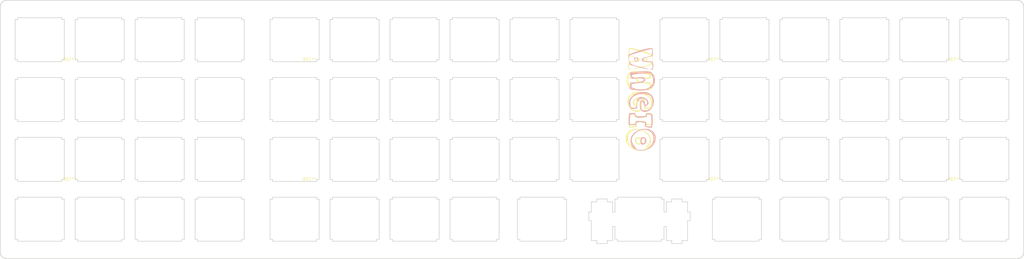
<source format=kicad_pcb>
(kicad_pcb (version 20171130) (host pcbnew "(5.1.4)-1")

  (general
    (thickness 1.6)
    (drawings 880)
    (tracks 0)
    (zones 0)
    (modules 3)
    (nets 1)
  )

  (page A4)
  (layers
    (0 F.Cu signal)
    (31 B.Cu signal)
    (32 B.Adhes user)
    (33 F.Adhes user)
    (34 B.Paste user)
    (35 F.Paste user)
    (36 B.SilkS user)
    (37 F.SilkS user)
    (38 B.Mask user)
    (39 F.Mask user)
    (40 Dwgs.User user)
    (41 Cmts.User user)
    (42 Eco1.User user)
    (43 Eco2.User user)
    (44 Edge.Cuts user)
    (45 Margin user)
    (46 B.CrtYd user)
    (47 F.CrtYd user)
    (48 B.Fab user)
    (49 F.Fab user)
  )

  (setup
    (last_trace_width 0.25)
    (trace_clearance 0.2)
    (zone_clearance 0.508)
    (zone_45_only no)
    (trace_min 0.2)
    (via_size 0.8)
    (via_drill 0.4)
    (via_min_size 0.4)
    (via_min_drill 0.3)
    (uvia_size 0.3)
    (uvia_drill 0.1)
    (uvias_allowed no)
    (uvia_min_size 0.2)
    (uvia_min_drill 0.1)
    (edge_width 0.05)
    (segment_width 0.2)
    (pcb_text_width 0.3)
    (pcb_text_size 1.5 1.5)
    (mod_edge_width 0.12)
    (mod_text_size 1 1)
    (mod_text_width 0.15)
    (pad_size 1.524 1.524)
    (pad_drill 0.762)
    (pad_to_mask_clearance 0.051)
    (solder_mask_min_width 0.25)
    (aux_axis_origin 0 0)
    (visible_elements 7FFFFFFF)
    (pcbplotparams
      (layerselection 0x010fc_ffffffff)
      (usegerberextensions false)
      (usegerberattributes false)
      (usegerberadvancedattributes false)
      (creategerberjobfile false)
      (excludeedgelayer true)
      (linewidth 0.100000)
      (plotframeref false)
      (viasonmask false)
      (mode 1)
      (useauxorigin false)
      (hpglpennumber 1)
      (hpglpenspeed 20)
      (hpglpendiameter 15.000000)
      (psnegative false)
      (psa4output false)
      (plotreference true)
      (plotvalue true)
      (plotinvisibletext false)
      (padsonsilk false)
      (subtractmaskfromsilk false)
      (outputformat 1)
      (mirror false)
      (drillshape 0)
      (scaleselection 1)
      (outputdirectory "Gerbers/"))
  )

  (net 0 "")

  (net_class Default "This is the default net class."
    (clearance 0.2)
    (trace_width 0.25)
    (via_dia 0.8)
    (via_drill 0.4)
    (uvia_dia 0.3)
    (uvia_drill 0.1)
  )

  (module bitmaps:LOGO (layer B.Cu) (tedit 0) (tstamp 5EA8D67F)
    (at 203.91926 99.12017 270)
    (fp_text reference G*** (at 0 0 90) (layer B.SilkS) hide
      (effects (font (size 1.524 1.524) (thickness 0.3)) (justify mirror))
    )
    (fp_text value LOGO (at 0.75 0 90) (layer B.SilkS) hide
      (effects (font (size 1.524 1.524) (thickness 0.3)) (justify mirror))
    )
    (fp_poly (pts (xy 13.594784 0.517093) (xy 13.958034 0.39241) (xy 14.238733 0.208917) (xy 14.316279 0.067065)
      (xy 14.350068 -0.150252) (xy 14.337669 -0.398409) (xy 14.283605 -0.614991) (xy 14.122502 -0.883658)
      (xy 13.872191 -1.116314) (xy 13.570429 -1.279789) (xy 13.499831 -1.30349) (xy 13.240804 -1.369796)
      (xy 13.035651 -1.386197) (xy 12.82134 -1.3524) (xy 12.634556 -1.299467) (xy 12.314068 -1.143891)
      (xy 12.089532 -0.914112) (xy 11.968524 -0.627134) (xy 11.964054 -0.479462) (xy 12.3825 -0.479462)
      (xy 12.3825 -0.880953) (xy 12.588875 -0.909686) (xy 12.902577 -0.935627) (xy 13.214484 -0.931157)
      (xy 13.49048 -0.89949) (xy 13.69645 -0.84384) (xy 13.774835 -0.797971) (xy 13.87966 -0.624094)
      (xy 13.90089 -0.393952) (xy 13.835418 -0.149523) (xy 13.824533 -0.127) (xy 13.677376 0.032461)
      (xy 13.44691 0.127287) (xy 13.161016 0.154209) (xy 12.847576 0.109955) (xy 12.588875 0.017945)
      (xy 12.476535 -0.040938) (xy 12.414785 -0.109264) (xy 12.388505 -0.223473) (xy 12.382575 -0.420007)
      (xy 12.3825 -0.479462) (xy 11.964054 -0.479462) (xy 11.95862 -0.299963) (xy 12.049975 0.012575)
      (xy 12.174687 0.228875) (xy 12.345925 0.374717) (xy 12.458316 0.435093) (xy 12.805905 0.543392)
      (xy 13.197734 0.569073) (xy 13.594784 0.517093)) (layer B.SilkS) (width 0.01))
    (fp_poly (pts (xy -12.968604 2.520524) (xy -12.782393 2.469779) (xy -12.587235 2.407814) (xy -12.371914 2.329028)
      (xy -12.24867 2.260239) (xy -12.187129 2.177758) (xy -12.159788 2.074439) (xy -12.155821 1.886695)
      (xy -12.189402 1.6599) (xy -12.208125 1.5875) (xy -12.292484 1.30175) (xy -12.803967 1.283465)
      (xy -13.086961 1.280131) (xy -13.267471 1.296518) (xy -13.368893 1.335532) (xy -13.39113 1.356369)
      (xy -13.415387 1.461318) (xy -13.405026 1.604031) (xy -13.195187 1.604031) (xy -13.125661 1.543641)
      (xy -12.956531 1.52517) (xy -12.828464 1.524) (xy -12.607116 1.53076) (xy -12.473717 1.559179)
      (xy -12.38957 1.621467) (xy -12.350022 1.674951) (xy -12.294656 1.859024) (xy -12.348334 2.038144)
      (xy -12.496559 2.177914) (xy -12.577423 2.214527) (xy -12.788481 2.2538) (xy -12.943984 2.192257)
      (xy -13.066334 2.01844) (xy -13.097519 1.948535) (xy -13.180632 1.730831) (xy -13.195187 1.604031)
      (xy -13.405026 1.604031) (xy -13.402179 1.643234) (xy -13.360333 1.868754) (xy -13.298674 2.104512)
      (xy -13.226026 2.317145) (xy -13.151216 2.473289) (xy -13.083069 2.539578) (xy -13.078036 2.54)
      (xy -12.968604 2.520524)) (layer B.SilkS) (width 0.01))
    (fp_poly (pts (xy 7.395261 4.263049) (xy 7.716179 4.244191) (xy 7.858125 4.226135) (xy 8.128 4.179837)
      (xy 8.128 3.046167) (xy 8.124869 2.679157) (xy 8.116178 2.357662) (xy 8.102974 2.102625)
      (xy 8.086306 1.934994) (xy 8.069411 1.876286) (xy 7.977552 1.844659) (xy 7.805975 1.803022)
      (xy 7.678834 1.777116) (xy 7.456252 1.728783) (xy 7.311311 1.667934) (xy 7.227392 1.568917)
      (xy 7.187876 1.406078) (xy 7.176143 1.153767) (xy 7.1755 1.000216) (xy 7.185566 0.705642)
      (xy 7.212917 0.365831) (xy 7.253282 0.011608) (xy 7.302391 -0.326205) (xy 7.355972 -0.616784)
      (xy 7.409754 -0.829304) (xy 7.439471 -0.904875) (xy 7.555708 -0.996352) (xy 7.765795 -1.004163)
      (xy 8.070524 -0.928312) (xy 8.124375 -0.909743) (xy 8.317261 -0.854634) (xy 8.471132 -0.834053)
      (xy 8.519174 -0.840183) (xy 8.58934 -0.917199) (xy 8.670318 -1.07755) (xy 8.724358 -1.225184)
      (xy 8.772362 -1.413875) (xy 8.822254 -1.670025) (xy 8.870597 -1.96668) (xy 8.913958 -2.276888)
      (xy 8.9489 -2.573697) (xy 8.971989 -2.830155) (xy 8.979789 -3.019309) (xy 8.968864 -3.114207)
      (xy 8.96566 -3.118424) (xy 8.841173 -3.172318) (xy 8.608589 -3.220327) (xy 8.286711 -3.261496)
      (xy 7.894348 -3.294871) (xy 7.450304 -3.319495) (xy 6.973385 -3.334414) (xy 6.482398 -3.338673)
      (xy 5.996148 -3.331317) (xy 5.533442 -3.311389) (xy 5.374465 -3.300823) (xy 5.079205 -3.277113)
      (xy 4.833573 -3.253673) (xy 4.66335 -3.233221) (xy 4.594415 -3.218582) (xy 4.566857 -3.136449)
      (xy 4.532754 -2.953402) (xy 4.495618 -2.695132) (xy 4.458964 -2.387326) (xy 4.426305 -2.055673)
      (xy 4.412586 -1.889125) (xy 4.370099 -1.3335) (xy 4.549757 -1.3335) (xy 4.723491 -1.308797)
      (xy 4.934066 -1.247316) (xy 4.990642 -1.225455) (xy 5.25187 -1.11741) (xy 5.333804 -0.129354)
      (xy 5.374793 0.449817) (xy 5.390137 0.916021) (xy 5.377521 1.281128) (xy 5.334631 1.557008)
      (xy 5.259153 1.755533) (xy 5.148771 1.888574) (xy 5.00117 1.968001) (xy 4.920622 1.989701)
      (xy 4.701536 2.036812) (xy 4.498457 2.082497) (xy 4.47675 2.087578) (xy 4.28625 2.132504)
      (xy 4.307568 3.000748) (xy 4.649631 3.000748) (xy 4.659755 2.729775) (xy 4.666605 2.671684)
      (xy 4.697632 2.484961) (xy 4.7451 2.386856) (xy 4.841067 2.339954) (xy 4.972671 2.314427)
      (xy 5.254372 2.206823) (xy 5.496633 2.002073) (xy 5.668292 1.729761) (xy 5.7081 1.616271)
      (xy 5.751208 1.410135) (xy 5.771573 1.169017) (xy 5.768876 0.871318) (xy 5.742796 0.495437)
      (xy 5.693016 0.019775) (xy 5.68325 -0.0635) (xy 5.646059 -0.403466) (xy 5.6157 -0.73119)
      (xy 5.595448 -1.007885) (xy 5.588551 -1.18557) (xy 5.588 -1.513891) (xy 5.177045 -1.557901)
      (xy 4.899678 -1.59909) (xy 4.733396 -1.663247) (xy 4.662331 -1.769906) (xy 4.670614 -1.938601)
      (xy 4.720205 -2.120293) (xy 4.781648 -2.357267) (xy 4.819814 -2.585421) (xy 4.826 -2.680556)
      (xy 4.826 -2.9052) (xy 5.699125 -2.970339) (xy 6.158533 -2.997608) (xy 6.63099 -3.013224)
      (xy 7.09403 -3.017592) (xy 7.525187 -3.011114) (xy 7.901997 -2.994192) (xy 8.201993 -2.967229)
      (xy 8.402711 -2.930629) (xy 8.431231 -2.921355) (xy 8.566586 -2.860038) (xy 8.614098 -2.78264)
      (xy 8.600555 -2.638874) (xy 8.59569 -2.612602) (xy 8.573762 -2.43514) (xy 8.556354 -2.182019)
      (xy 8.546886 -1.904573) (xy 8.546458 -1.87325) (xy 8.54075 -1.36525) (xy 7.96925 -1.362088)
      (xy 7.701879 -1.35931) (xy 7.475662 -1.354588) (xy 7.326141 -1.348761) (xy 7.294992 -1.346213)
      (xy 7.212486 -1.275282) (xy 7.132358 -1.094202) (xy 7.057407 -0.819822) (xy 6.990433 -0.468993)
      (xy 6.934233 -0.058565) (xy 6.891607 0.394613) (xy 6.865353 0.87369) (xy 6.858 1.28481)
      (xy 6.858 1.939626) (xy 7.159625 2.021834) (xy 7.368036 2.073449) (xy 7.545429 2.108689)
      (xy 7.598547 2.115647) (xy 7.663634 2.131148) (xy 7.712908 2.177048) (xy 7.75055 2.271298)
      (xy 7.780742 2.43185) (xy 7.807663 2.676659) (xy 7.835494 3.023675) (xy 7.8469 3.182147)
      (xy 7.863441 3.519574) (xy 7.856439 3.73513) (xy 7.82578 3.831766) (xy 7.821812 3.834759)
      (xy 7.68981 3.875129) (xy 7.466406 3.903424) (xy 7.186707 3.918731) (xy 6.885818 3.920142)
      (xy 6.598848 3.906744) (xy 6.360901 3.877628) (xy 6.338324 3.873242) (xy 6.075922 3.832992)
      (xy 5.750532 3.801805) (xy 5.426127 3.785584) (xy 5.379301 3.784779) (xy 5.08224 3.77495)
      (xy 4.891981 3.751701) (xy 4.78874 3.711855) (xy 4.764369 3.686037) (xy 4.706272 3.523856)
      (xy 4.666582 3.280434) (xy 4.649631 3.000748) (xy 4.307568 3.000748) (xy 4.309573 3.082377)
      (xy 4.31871 3.415118) (xy 4.328355 3.699396) (xy 4.337597 3.912684) (xy 4.345528 4.032452)
      (xy 4.34863 4.050141) (xy 4.413916 4.063965) (xy 4.581304 4.089061) (xy 4.826741 4.122074)
      (xy 5.126175 4.159649) (xy 5.182557 4.16647) (xy 5.608841 4.209064) (xy 6.072455 4.24067)
      (xy 6.544198 4.260637) (xy 6.994867 4.268314) (xy 7.395261 4.263049)) (layer B.SilkS) (width 0.01))
    (fp_poly (pts (xy -13.744197 4.314703) (xy -13.421951 4.288884) (xy -13.060435 4.253444) (xy -12.681241 4.210615)
      (xy -12.305959 4.16263) (xy -11.956183 4.111721) (xy -11.653504 4.060121) (xy -11.48176 4.02491)
      (xy -11.255487 3.969436) (xy -11.123365 3.918555) (xy -11.054841 3.852799) (xy -11.019367 3.752697)
      (xy -11.01347 3.726476) (xy -10.985982 3.615077) (xy -10.929552 3.398409) (xy -10.848775 3.093695)
      (xy -10.748248 2.718156) (xy -10.632567 2.289014) (xy -10.50633 1.823494) (xy -10.468022 1.68275)
      (xy -10.301274 1.059866) (xy -10.144194 0.452376) (xy -10.000121 -0.125283) (xy -9.872397 -0.658676)
      (xy -9.764363 -1.133368) (xy -9.679359 -1.534923) (xy -9.620727 -1.848906) (xy -9.591807 -2.060882)
      (xy -9.589308 -2.114145) (xy -9.605083 -2.148822) (xy -9.648073 -2.07656) (xy -9.713394 -1.913298)
      (xy -9.796158 -1.674972) (xy -9.891479 -1.377521) (xy -9.994471 -1.036881) (xy -10.100249 -0.66899)
      (xy -10.203925 -0.289787) (xy -10.300615 0.084793) (xy -10.385431 0.438811) (xy -10.42067 0.597592)
      (xy -10.572167 1.278111) (xy -10.711378 1.846466) (xy -10.843552 2.316275) (xy -10.973939 2.70116)
      (xy -11.107787 3.014738) (xy -11.250345 3.27063) (xy -11.406862 3.482454) (xy -11.582587 3.663831)
      (xy -11.612825 3.690926) (xy -11.884423 3.890193) (xy -12.183893 4.023657) (xy -12.536973 4.097875)
      (xy -12.969399 4.119404) (xy -13.260381 4.110657) (xy -13.623002 4.083436) (xy -13.87132 4.045049)
      (xy -13.999444 3.996443) (xy -14.005374 3.991102) (xy -14.05602 3.898885) (xy -14.137653 3.70057)
      (xy -14.245181 3.411824) (xy -14.373511 3.048317) (xy -14.517553 2.625717) (xy -14.672213 2.159691)
      (xy -14.832399 1.66591) (xy -14.99302 1.160041) (xy -15.148982 0.657753) (xy -15.295194 0.174715)
      (xy -15.426564 -0.273406) (xy -15.537999 -0.67094) (xy -15.612017 -0.9525) (xy -15.745412 -1.495266)
      (xy -15.858437 -1.981452) (xy -15.948694 -2.399063) (xy -16.013785 -2.736103) (xy -16.051313 -2.980577)
      (xy -16.058878 -3.120491) (xy -16.050808 -3.147359) (xy -15.972008 -3.165232) (xy -15.795443 -3.178376)
      (xy -15.550264 -3.186676) (xy -15.265622 -3.190018) (xy -14.970668 -3.188288) (xy -14.694554 -3.181372)
      (xy -14.46643 -3.169157) (xy -14.329458 -3.15409) (xy -14.138293 -3.112203) (xy -14.025021 -3.044991)
      (xy -13.941124 -2.914927) (xy -13.897363 -2.819882) (xy -13.836765 -2.650441) (xy -13.760841 -2.390153)
      (xy -13.678757 -2.072787) (xy -13.599681 -1.732111) (xy -13.590216 -1.688411) (xy -13.46957 -1.169719)
      (xy -13.352174 -0.761313) (xy -13.231736 -0.446834) (xy -13.101965 -0.209927) (xy -12.95657 -0.034235)
      (xy -12.952436 -0.03025) (xy -12.823468 0.07979) (xy -12.723419 0.109452) (xy -12.596906 0.073342)
      (xy -12.582316 0.067359) (xy -12.397638 -0.025673) (xy -12.253954 -0.144293) (xy -12.145385 -0.305181)
      (xy -12.066052 -0.525014) (xy -12.010073 -0.820474) (xy -11.97157 -1.208239) (xy -11.944663 -1.704989)
      (xy -11.942982 -1.74625) (xy -11.921734 -2.208986) (xy -11.895937 -2.561472) (xy -11.859634 -2.820452)
      (xy -11.806872 -3.002666) (xy -11.731695 -3.124858) (xy -11.628148 -3.203769) (xy -11.490275 -3.256144)
      (xy -11.397537 -3.279731) (xy -11.081062 -3.332148) (xy -10.737049 -3.355287) (xy -10.40714 -3.349232)
      (xy -10.132977 -3.314067) (xy -10.00751 -3.276957) (xy -9.776022 -3.131102) (xy -9.637678 -2.917086)
      (xy -9.581709 -2.617189) (xy -9.579987 -2.573495) (xy -9.574611 -2.422207) (xy -9.566565 -2.36873)
      (xy -9.552168 -2.421032) (xy -9.52774 -2.587082) (xy -9.509053 -2.72707) (xy -9.479507 -2.970645)
      (xy -9.47326 -3.121933) (xy -9.494758 -3.214241) (xy -9.548447 -3.280874) (xy -9.587377 -3.313859)
      (xy -9.810808 -3.43743) (xy -10.120706 -3.533161) (xy -10.478426 -3.595027) (xy -10.845324 -3.617006)
      (xy -11.182754 -3.593074) (xy -11.27125 -3.576313) (xy -11.57402 -3.494111) (xy -11.827496 -3.398045)
      (xy -12.003599 -3.300148) (xy -12.066613 -3.235486) (xy -12.090102 -3.135219) (xy -12.115656 -2.931078)
      (xy -12.141166 -2.646119) (xy -12.164523 -2.303397) (xy -12.181064 -1.984845) (xy -12.202688 -1.551741)
      (xy -12.225238 -1.224805) (xy -12.251332 -0.983219) (xy -12.28359 -0.806163) (xy -12.324632 -0.672815)
      (xy -12.354681 -0.604888) (xy -12.444613 -0.447796) (xy -12.524154 -0.34898) (xy -12.545589 -0.335387)
      (xy -12.660811 -0.356827) (xy -12.818581 -0.454546) (xy -12.98664 -0.602195) (xy -13.132728 -0.773422)
      (xy -13.187486 -0.859707) (xy -13.265071 -1.04295) (xy -13.346307 -1.30226) (xy -13.416094 -1.588096)
      (xy -13.428674 -1.651) (xy -13.524994 -2.138065) (xy -13.608393 -2.515898) (xy -13.683643 -2.801031)
      (xy -13.755517 -3.009991) (xy -13.828789 -3.159311) (xy -13.888362 -3.243095) (xy -14.04479 -3.429)
      (xy -14.92502 -3.429) (xy -15.277976 -3.424101) (xy -15.614096 -3.410711) (xy -15.898444 -3.390787)
      (xy -16.096088 -3.366284) (xy -16.11645 -3.362259) (xy -16.302552 -3.314468) (xy -16.391381 -3.262369)
      (xy -16.411656 -3.185691) (xy -16.408803 -3.155884) (xy -16.393146 -3.03307) (xy -16.366923 -2.820529)
      (xy -16.334604 -2.55464) (xy -16.317547 -2.413) (xy -16.208161 -1.687468) (xy -16.047288 -0.915517)
      (xy -15.831501 -0.085018) (xy -15.557371 0.816162) (xy -15.22147 1.800152) (xy -14.826759 2.862469)
      (xy -14.673687 3.259693) (xy -14.535162 3.617111) (xy -14.417835 3.917727) (xy -14.328356 4.144549)
      (xy -14.273378 4.28058) (xy -14.259392 4.312108) (xy -14.184509 4.328548) (xy -14.00558 4.328669)
      (xy -13.744197 4.314703)) (layer B.SilkS) (width 0.01))
    (fp_poly (pts (xy 1.507826 4.12938) (xy 2.07687 3.978499) (xy 2.401555 3.834924) (xy 2.657775 3.705391)
      (xy 2.836024 3.604606) (xy 2.948624 3.50683) (xy 3.007896 3.386324) (xy 3.026162 3.21735)
      (xy 3.015743 2.97417) (xy 2.988959 2.631045) (xy 2.987432 2.611069) (xy 2.94016 2.140684)
      (xy 2.879048 1.78349) (xy 2.805112 1.543054) (xy 2.719365 1.42294) (xy 2.646832 1.414355)
      (xy 2.295237 1.535088) (xy 2.009741 1.60797) (xy 1.742629 1.641504) (xy 1.446188 1.644191)
      (xy 1.37226 1.641486) (xy 1.087628 1.623074) (xy 0.884094 1.588843) (xy 0.715819 1.527057)
      (xy 0.541407 1.42875) (xy 0.241648 1.172795) (xy 0.016215 0.840123) (xy -0.133486 0.4545)
      (xy -0.206051 0.039692) (xy -0.200074 -0.380534) (xy -0.114152 -0.782412) (xy 0.053123 -1.142175)
      (xy 0.303153 -1.436058) (xy 0.368907 -1.489137) (xy 0.602797 -1.597898) (xy 0.900217 -1.643475)
      (xy 1.213581 -1.624187) (xy 1.495305 -1.538353) (xy 1.513113 -1.529554) (xy 1.669441 -1.441781)
      (xy 1.764558 -1.372913) (xy 1.778 -1.353084) (xy 1.716971 -1.2392) (xy 1.54136 -1.114771)
      (xy 1.262376 -0.986711) (xy 1.073913 -0.918889) (xy 0.71947 -0.781055) (xy 0.477042 -0.633065)
      (xy 0.331817 -0.458178) (xy 0.26898 -0.239651) (xy 0.269098 -0.009292) (xy 0.300643 0.211226)
      (xy 0.36821 0.362826) (xy 0.49673 0.470787) (xy 0.711133 0.560389) (xy 0.8833 0.613511)
      (xy 1.206951 0.67313) (xy 1.610117 0.696303) (xy 2.051306 0.685134) (xy 2.489024 0.641728)
      (xy 2.881778 0.568191) (xy 3.105465 0.500762) (xy 3.379501 0.380367) (xy 3.570064 0.240243)
      (xy 3.703303 0.049345) (xy 3.805366 -0.223372) (xy 3.848047 -0.380889) (xy 3.922383 -0.917969)
      (xy 3.877164 -1.441554) (xy 3.719819 -1.940192) (xy 3.457774 -2.40243) (xy 3.09846 -2.816815)
      (xy 2.649304 -3.171894) (xy 2.117734 -3.456215) (xy 1.769282 -3.585875) (xy 1.333336 -3.695584)
      (xy 0.87314 -3.762301) (xy 0.434711 -3.781623) (xy 0.064067 -3.749148) (xy 0.0635 -3.749042)
      (xy -0.543309 -3.57814) (xy -1.071878 -3.309391) (xy -1.518414 -2.947839) (xy -1.879125 -2.498529)
      (xy -2.150218 -1.966504) (xy -2.327901 -1.35681) (xy -2.408379 -0.674491) (xy -2.413 -0.45536)
      (xy -2.407705 -0.381125) (xy -1.789577 -0.381125) (xy -1.725536 -1.096112) (xy -1.578125 -1.759373)
      (xy -1.351201 -2.348969) (xy -1.258099 -2.526147) (xy -1.11972 -2.73853) (xy -0.965235 -2.88938)
      (xy -0.746676 -3.023144) (xy -0.690674 -3.051951) (xy -0.081356 -3.291332) (xy 0.551292 -3.40969)
      (xy 1.192237 -3.404841) (xy 1.463062 -3.365014) (xy 1.994582 -3.20703) (xy 2.469303 -2.951766)
      (xy 2.870151 -2.611932) (xy 3.180059 -2.200237) (xy 3.276181 -2.015128) (xy 3.365028 -1.804647)
      (xy 3.41933 -1.618983) (xy 3.447252 -1.41316) (xy 3.456959 -1.142201) (xy 3.45757 -1.016)
      (xy 3.449499 -0.717643) (xy 3.427723 -0.436694) (xy 3.39627 -0.218604) (xy 3.38152 -0.157932)
      (xy 3.305213 0.096886) (xy 2.589231 0.207265) (xy 2.111072 0.27075) (xy 1.691553 0.306185)
      (xy 1.346722 0.31327) (xy 1.092628 0.291703) (xy 0.945321 0.241185) (xy 0.941335 0.238125)
      (xy 0.84441 0.130692) (xy 0.736698 -0.028433) (xy 0.722824 -0.052339) (xy 0.649277 -0.19314)
      (xy 0.640375 -0.270735) (xy 0.695002 -0.330571) (xy 0.71562 -0.346001) (xy 0.827577 -0.39484)
      (xy 1.028178 -0.45318) (xy 1.280608 -0.510797) (xy 1.37413 -0.528854) (xy 1.72587 -0.604562)
      (xy 1.960595 -0.690954) (xy 2.088146 -0.804726) (xy 2.118367 -0.962572) (xy 2.061098 -1.181189)
      (xy 1.92942 -1.470801) (xy 1.71622 -1.781576) (xy 1.44718 -1.986174) (xy 1.135913 -2.078293)
      (xy 0.796032 -2.051633) (xy 0.721248 -2.030013) (xy 0.30215 -1.830264) (xy -0.062524 -1.534048)
      (xy -0.363094 -1.162563) (xy -0.58988 -0.737004) (xy -0.7332 -0.278569) (xy -0.783374 0.191546)
      (xy -0.730723 0.652144) (xy -0.63518 0.940083) (xy -0.534601 1.12697) (xy -0.40069 1.281744)
      (xy -0.21935 1.409765) (xy 0.023521 1.516389) (xy 0.342021 1.606977) (xy 0.750251 1.686885)
      (xy 1.262311 1.761472) (xy 1.651 1.808886) (xy 2.037389 1.85697) (xy 2.313847 1.904537)
      (xy 2.497004 1.961627) (xy 2.603488 2.038277) (xy 2.64993 2.144524) (xy 2.652959 2.290406)
      (xy 2.64022 2.405988) (xy 2.617847 2.645352) (xy 2.604838 2.919085) (xy 2.6035 3.018361)
      (xy 2.6035 3.351995) (xy 2.174875 3.530048) (xy 1.956062 3.614171) (xy 1.762045 3.667378)
      (xy 1.550373 3.6967) (xy 1.278594 3.709164) (xy 1.0795 3.711425) (xy 0.767539 3.709882)
      (xy 0.544693 3.697255) (xy 0.373156 3.667075) (xy 0.215128 3.612869) (xy 0.045539 3.534435)
      (xy -0.399021 3.24795) (xy -0.796727 2.855177) (xy -1.139143 2.370878) (xy -1.417833 1.809815)
      (xy -1.624363 1.186749) (xy -1.750296 0.516441) (xy -1.766389 0.363648) (xy -1.789577 -0.381125)
      (xy -2.407705 -0.381125) (xy -2.35545 0.351432) (xy -2.186546 1.123523) (xy -1.911908 1.848321)
      (xy -1.537157 2.513235) (xy -1.067914 3.105673) (xy -0.645249 3.504947) (xy -0.145977 3.843025)
      (xy 0.386137 4.060531) (xy 0.940827 4.156353) (xy 1.507826 4.12938)) (layer B.SilkS) (width 0.01))
    (fp_poly (pts (xy -3.515692 3.899522) (xy -3.346322 3.864688) (xy -3.261712 3.801053) (xy -3.219911 3.671264)
      (xy -3.212142 3.629263) (xy -3.025253 2.419357) (xy -2.910565 1.313758) (xy -2.868073 0.312295)
      (xy -2.897773 -0.585201) (xy -2.999661 -1.378902) (xy -3.080097 -1.74645) (xy -3.279207 -2.332862)
      (xy -3.556944 -2.854495) (xy -3.901961 -3.295941) (xy -4.302913 -3.641795) (xy -4.60375 -3.815469)
      (xy -5.100468 -3.992974) (xy -5.651363 -4.094686) (xy -6.203433 -4.112939) (xy -6.477 -4.086362)
      (xy -6.876449 -4.022674) (xy -7.183106 -3.959685) (xy -7.43035 -3.883608) (xy -7.65156 -3.780658)
      (xy -7.880117 -3.637047) (xy -8.149398 -3.438991) (xy -8.270687 -3.345548) (xy -8.483629 -3.176197)
      (xy -8.639558 -3.031442) (xy -8.750029 -2.885832) (xy -8.797232 -2.779847) (xy -8.3185 -2.779847)
      (xy -7.826375 -3.033034) (xy -7.317088 -3.269515) (xy -6.841586 -3.440697) (xy -6.5405 -3.516095)
      (xy -6.318533 -3.5369) (xy -6.025858 -3.535305) (xy -5.705344 -3.51474) (xy -5.399859 -3.478637)
      (xy -5.15227 -3.430426) (xy -5.04825 -3.396652) (xy -4.59386 -3.137756) (xy -4.1852 -2.776624)
      (xy -3.943158 -2.477942) (xy -3.623132 -1.940533) (xy -3.393257 -1.362126) (xy -3.249367 -0.726047)
      (xy -3.187294 -0.015625) (xy -3.190284 0.534581) (xy -3.243008 1.233074) (xy -3.350516 1.849727)
      (xy -3.521293 2.420959) (xy -3.75794 2.971241) (xy -3.880146 3.216766) (xy -3.962777 3.364903)
      (xy -4.021588 3.432577) (xy -4.072336 3.436713) (xy -4.130776 3.394237) (xy -4.142176 3.383991)
      (xy -4.291721 3.304192) (xy -4.517678 3.281789) (xy -4.572136 3.283352) (xy -4.760189 3.284135)
      (xy -4.863508 3.253653) (xy -4.923632 3.174219) (xy -4.944961 3.124602) (xy -5.017438 2.906121)
      (xy -5.077581 2.636704) (xy -5.128537 2.296215) (xy -5.173455 1.864515) (xy -5.206209 1.453105)
      (xy -5.249054 0.921268) (xy -5.294571 0.496345) (xy -5.346514 0.158255) (xy -5.408637 -0.113083)
      (xy -5.484693 -0.337751) (xy -5.577691 -0.534457) (xy -5.779534 -0.806116) (xy -6.024274 -0.977481)
      (xy -6.290961 -1.044138) (xy -6.558646 -1.001673) (xy -6.806381 -0.845673) (xy -6.849797 -0.802481)
      (xy -6.959932 -0.64812) (xy -7.035983 -0.446489) (xy -7.079408 -0.182097) (xy -7.091668 0.160551)
      (xy -7.074222 0.596947) (xy -7.030826 1.119046) (xy -6.986817 1.638126) (xy -6.967826 2.050495)
      (xy -6.975002 2.374176) (xy -7.009494 2.627196) (xy -7.072451 2.82758) (xy -7.148773 2.969328)
      (xy -7.274519 3.100222) (xy -7.440323 3.200792) (xy -7.603439 3.251656) (xy -7.721122 3.233436)
      (xy -7.724865 3.230515) (xy -7.774734 3.143404) (xy -7.841102 2.967138) (xy -7.911349 2.736177)
      (xy -7.926373 2.680296) (xy -8.062476 2.080133) (xy -8.167959 1.427373) (xy -8.244372 0.705733)
      (xy -8.293266 -0.101065) (xy -8.316189 -1.009303) (xy -8.318447 -1.437548) (xy -8.3185 -2.779847)
      (xy -8.797232 -2.779847) (xy -8.826598 -2.713913) (xy -8.88082 -2.490233) (xy -8.924251 -2.18934)
      (xy -8.965337 -1.815496) (xy -8.987309 -1.561805) (xy -8.99973 -1.296883) (xy -9.001872 -1.005584)
      (xy -8.993008 -0.672762) (xy -8.97241 -0.283269) (xy -8.939348 0.178042) (xy -8.893095 0.726316)
      (xy -8.832922 1.376701) (xy -8.791057 1.80975) (xy -8.757175 2.199447) (xy -8.731016 2.585994)
      (xy -8.714514 2.933415) (xy -8.709605 3.205734) (xy -8.711466 3.289054) (xy -8.7191 3.528406)
      (xy -8.711517 3.670304) (xy -8.681146 3.744064) (xy -8.620416 3.779003) (xy -8.582192 3.789614)
      (xy -8.448671 3.794505) (xy -8.23575 3.772663) (xy -7.987086 3.728758) (xy -7.961262 3.723186)
      (xy -7.657027 3.669375) (xy -7.331729 3.631892) (xy -7.0835 3.619501) (xy -6.677609 3.6195)
      (xy -6.633775 3.210182) (xy -6.623025 2.957547) (xy -6.631621 2.602743) (xy -6.658563 2.16896)
      (xy -6.697517 1.731731) (xy -6.738354 1.299822) (xy -6.762547 0.967891) (xy -6.770686 0.710087)
      (xy -6.763363 0.500564) (xy -6.741168 0.313472) (xy -6.73125 0.255377) (xy -6.669771 -0.00169)
      (xy -6.58202 -0.270057) (xy -6.483916 -0.507483) (xy -6.391376 -0.671726) (xy -6.373695 -0.693458)
      (xy -6.312783 -0.677555) (xy -6.204247 -0.584028) (xy -6.073027 -0.43948) (xy -5.944064 -0.270516)
      (xy -5.872417 -0.15875) (xy -5.760538 0.057582) (xy -5.671573 0.292055) (xy -5.6025 0.563095)
      (xy -5.5503 0.889124) (xy -5.511952 1.288567) (xy -5.484435 1.779846) (xy -5.46638 2.31775)
      (xy -5.42925 3.71475) (xy -4.98475 3.756204) (xy -4.683849 3.789774) (xy -4.36521 3.833739)
      (xy -4.15925 3.867714) (xy -3.900645 3.900334) (xy -3.646052 3.908812) (xy -3.515692 3.899522)) (layer B.SilkS) (width 0.01))
    (fp_poly (pts (xy 13.900383 3.559334) (xy 14.442937 3.417775) (xy 14.876253 3.218603) (xy 15.293805 2.903093)
      (xy 15.635971 2.499668) (xy 15.902784 2.022595) (xy 16.094277 1.486143) (xy 16.210482 0.904577)
      (xy 16.251432 0.292166) (xy 16.217159 -0.336824) (xy 16.107696 -0.968125) (xy 15.923074 -1.587469)
      (xy 15.663327 -2.18059) (xy 15.328487 -2.733221) (xy 14.918587 -3.231093) (xy 14.861449 -3.28939)
      (xy 14.354902 -3.713305) (xy 13.791618 -4.036794) (xy 13.189091 -4.254513) (xy 12.564812 -4.361118)
      (xy 11.936275 -4.351267) (xy 11.581685 -4.291238) (xy 11.02815 -4.102603) (xy 10.539346 -3.808687)
      (xy 10.122746 -3.41757) (xy 9.785825 -2.937331) (xy 9.536055 -2.37605) (xy 9.420317 -1.954608)
      (xy 9.36359 -1.539419) (xy 9.346947 -1.049515) (xy 9.368413 -0.530014) (xy 9.377235 -0.452824)
      (xy 9.606187 -0.452824) (xy 9.616731 -1.118142) (xy 9.73269 -1.721324) (xy 9.945651 -2.255468)
      (xy 10.247203 -2.713667) (xy 10.628932 -3.089019) (xy 11.082427 -3.374617) (xy 11.599276 -3.563557)
      (xy 12.171065 -3.648935) (xy 12.789382 -3.623846) (xy 13.335 -3.513331) (xy 13.872972 -3.312118)
      (xy 14.394282 -3.016984) (xy 14.873149 -2.648557) (xy 15.283793 -2.227464) (xy 15.600433 -1.774336)
      (xy 15.66758 -1.646896) (xy 15.854906 -1.208007) (xy 15.976931 -0.775484) (xy 16.040676 -0.311278)
      (xy 16.053157 0.222658) (xy 16.047539 0.41275) (xy 16.015523 0.915103) (xy 15.961929 1.303222)
      (xy 15.883423 1.588558) (xy 15.776672 1.78256) (xy 15.638342 1.896678) (xy 15.611946 1.90875)
      (xy 15.48836 1.973491) (xy 15.285096 2.094903) (xy 15.027014 2.257543) (xy 14.738974 2.445968)
      (xy 14.634257 2.516111) (xy 14.25358 2.769251) (xy 13.953737 2.957305) (xy 13.712741 3.089729)
      (xy 13.508604 3.175979) (xy 13.319336 3.225511) (xy 13.122951 3.24778) (xy 12.92225 3.252328)
      (xy 12.427183 3.207723) (xy 11.968856 3.069885) (xy 11.530092 2.830236) (xy 11.093719 2.4802)
      (xy 10.81141 2.198187) (xy 10.327899 1.600136) (xy 9.967062 0.970362) (xy 9.728222 0.307381)
      (xy 9.610706 -0.390292) (xy 9.606187 -0.452824) (xy 9.377235 -0.452824) (xy 9.426014 -0.026032)
      (xy 9.517775 0.417311) (xy 9.525311 0.4445) (xy 9.775039 1.14538) (xy 10.106319 1.784857)
      (xy 10.508701 2.349018) (xy 10.971733 2.823948) (xy 11.484964 3.195733) (xy 11.666125 3.294706)
      (xy 12.171374 3.486984) (xy 12.733141 3.594684) (xy 13.319964 3.618552) (xy 13.900383 3.559334)) (layer B.SilkS) (width 0.01))
  )

  (module bitmaps:LOGO (layer F.Cu) (tedit 0) (tstamp 5EA8D4C8)
    (at 203.12043 99.12017 270)
    (fp_text reference G*** (at 0 0 90) (layer F.SilkS) hide
      (effects (font (size 1.524 1.524) (thickness 0.3)))
    )
    (fp_text value LOGO (at 0.75 0 90) (layer F.SilkS) hide
      (effects (font (size 1.524 1.524) (thickness 0.3)))
    )
    (fp_poly (pts (xy 13.594784 -0.517093) (xy 13.958034 -0.39241) (xy 14.238733 -0.208917) (xy 14.316279 -0.067065)
      (xy 14.350068 0.150252) (xy 14.337669 0.398409) (xy 14.283605 0.614991) (xy 14.122502 0.883658)
      (xy 13.872191 1.116314) (xy 13.570429 1.279789) (xy 13.499831 1.30349) (xy 13.240804 1.369796)
      (xy 13.035651 1.386197) (xy 12.82134 1.3524) (xy 12.634556 1.299467) (xy 12.314068 1.143891)
      (xy 12.089532 0.914112) (xy 11.968524 0.627134) (xy 11.964054 0.479462) (xy 12.3825 0.479462)
      (xy 12.3825 0.880953) (xy 12.588875 0.909686) (xy 12.902577 0.935627) (xy 13.214484 0.931157)
      (xy 13.49048 0.89949) (xy 13.69645 0.84384) (xy 13.774835 0.797971) (xy 13.87966 0.624094)
      (xy 13.90089 0.393952) (xy 13.835418 0.149523) (xy 13.824533 0.127) (xy 13.677376 -0.032461)
      (xy 13.44691 -0.127287) (xy 13.161016 -0.154209) (xy 12.847576 -0.109955) (xy 12.588875 -0.017945)
      (xy 12.476535 0.040938) (xy 12.414785 0.109264) (xy 12.388505 0.223473) (xy 12.382575 0.420007)
      (xy 12.3825 0.479462) (xy 11.964054 0.479462) (xy 11.95862 0.299963) (xy 12.049975 -0.012575)
      (xy 12.174687 -0.228875) (xy 12.345925 -0.374717) (xy 12.458316 -0.435093) (xy 12.805905 -0.543392)
      (xy 13.197734 -0.569073) (xy 13.594784 -0.517093)) (layer F.SilkS) (width 0.01))
    (fp_poly (pts (xy -12.968604 -2.520524) (xy -12.782393 -2.469779) (xy -12.587235 -2.407814) (xy -12.371914 -2.329028)
      (xy -12.24867 -2.260239) (xy -12.187129 -2.177758) (xy -12.159788 -2.074439) (xy -12.155821 -1.886695)
      (xy -12.189402 -1.6599) (xy -12.208125 -1.5875) (xy -12.292484 -1.30175) (xy -12.803967 -1.283465)
      (xy -13.086961 -1.280131) (xy -13.267471 -1.296518) (xy -13.368893 -1.335532) (xy -13.39113 -1.356369)
      (xy -13.415387 -1.461318) (xy -13.405026 -1.604031) (xy -13.195187 -1.604031) (xy -13.125661 -1.543641)
      (xy -12.956531 -1.52517) (xy -12.828464 -1.524) (xy -12.607116 -1.53076) (xy -12.473717 -1.559179)
      (xy -12.38957 -1.621467) (xy -12.350022 -1.674951) (xy -12.294656 -1.859024) (xy -12.348334 -2.038144)
      (xy -12.496559 -2.177914) (xy -12.577423 -2.214527) (xy -12.788481 -2.2538) (xy -12.943984 -2.192257)
      (xy -13.066334 -2.01844) (xy -13.097519 -1.948535) (xy -13.180632 -1.730831) (xy -13.195187 -1.604031)
      (xy -13.405026 -1.604031) (xy -13.402179 -1.643234) (xy -13.360333 -1.868754) (xy -13.298674 -2.104512)
      (xy -13.226026 -2.317145) (xy -13.151216 -2.473289) (xy -13.083069 -2.539578) (xy -13.078036 -2.54)
      (xy -12.968604 -2.520524)) (layer F.SilkS) (width 0.01))
    (fp_poly (pts (xy 7.395261 -4.263049) (xy 7.716179 -4.244191) (xy 7.858125 -4.226135) (xy 8.128 -4.179837)
      (xy 8.128 -3.046167) (xy 8.124869 -2.679157) (xy 8.116178 -2.357662) (xy 8.102974 -2.102625)
      (xy 8.086306 -1.934994) (xy 8.069411 -1.876286) (xy 7.977552 -1.844659) (xy 7.805975 -1.803022)
      (xy 7.678834 -1.777116) (xy 7.456252 -1.728783) (xy 7.311311 -1.667934) (xy 7.227392 -1.568917)
      (xy 7.187876 -1.406078) (xy 7.176143 -1.153767) (xy 7.1755 -1.000216) (xy 7.185566 -0.705642)
      (xy 7.212917 -0.365831) (xy 7.253282 -0.011608) (xy 7.302391 0.326205) (xy 7.355972 0.616784)
      (xy 7.409754 0.829304) (xy 7.439471 0.904875) (xy 7.555708 0.996352) (xy 7.765795 1.004163)
      (xy 8.070524 0.928312) (xy 8.124375 0.909743) (xy 8.317261 0.854634) (xy 8.471132 0.834053)
      (xy 8.519174 0.840183) (xy 8.58934 0.917199) (xy 8.670318 1.07755) (xy 8.724358 1.225184)
      (xy 8.772362 1.413875) (xy 8.822254 1.670025) (xy 8.870597 1.96668) (xy 8.913958 2.276888)
      (xy 8.9489 2.573697) (xy 8.971989 2.830155) (xy 8.979789 3.019309) (xy 8.968864 3.114207)
      (xy 8.96566 3.118424) (xy 8.841173 3.172318) (xy 8.608589 3.220327) (xy 8.286711 3.261496)
      (xy 7.894348 3.294871) (xy 7.450304 3.319495) (xy 6.973385 3.334414) (xy 6.482398 3.338673)
      (xy 5.996148 3.331317) (xy 5.533442 3.311389) (xy 5.374465 3.300823) (xy 5.079205 3.277113)
      (xy 4.833573 3.253673) (xy 4.66335 3.233221) (xy 4.594415 3.218582) (xy 4.566857 3.136449)
      (xy 4.532754 2.953402) (xy 4.495618 2.695132) (xy 4.458964 2.387326) (xy 4.426305 2.055673)
      (xy 4.412586 1.889125) (xy 4.370099 1.3335) (xy 4.549757 1.3335) (xy 4.723491 1.308797)
      (xy 4.934066 1.247316) (xy 4.990642 1.225455) (xy 5.25187 1.11741) (xy 5.333804 0.129354)
      (xy 5.374793 -0.449817) (xy 5.390137 -0.916021) (xy 5.377521 -1.281128) (xy 5.334631 -1.557008)
      (xy 5.259153 -1.755533) (xy 5.148771 -1.888574) (xy 5.00117 -1.968001) (xy 4.920622 -1.989701)
      (xy 4.701536 -2.036812) (xy 4.498457 -2.082497) (xy 4.47675 -2.087578) (xy 4.28625 -2.132504)
      (xy 4.307568 -3.000748) (xy 4.649631 -3.000748) (xy 4.659755 -2.729775) (xy 4.666605 -2.671684)
      (xy 4.697632 -2.484961) (xy 4.7451 -2.386856) (xy 4.841067 -2.339954) (xy 4.972671 -2.314427)
      (xy 5.254372 -2.206823) (xy 5.496633 -2.002073) (xy 5.668292 -1.729761) (xy 5.7081 -1.616271)
      (xy 5.751208 -1.410135) (xy 5.771573 -1.169017) (xy 5.768876 -0.871318) (xy 5.742796 -0.495437)
      (xy 5.693016 -0.019775) (xy 5.68325 0.0635) (xy 5.646059 0.403466) (xy 5.6157 0.73119)
      (xy 5.595448 1.007885) (xy 5.588551 1.18557) (xy 5.588 1.513891) (xy 5.177045 1.557901)
      (xy 4.899678 1.59909) (xy 4.733396 1.663247) (xy 4.662331 1.769906) (xy 4.670614 1.938601)
      (xy 4.720205 2.120293) (xy 4.781648 2.357267) (xy 4.819814 2.585421) (xy 4.826 2.680556)
      (xy 4.826 2.9052) (xy 5.699125 2.970339) (xy 6.158533 2.997608) (xy 6.63099 3.013224)
      (xy 7.09403 3.017592) (xy 7.525187 3.011114) (xy 7.901997 2.994192) (xy 8.201993 2.967229)
      (xy 8.402711 2.930629) (xy 8.431231 2.921355) (xy 8.566586 2.860038) (xy 8.614098 2.78264)
      (xy 8.600555 2.638874) (xy 8.59569 2.612602) (xy 8.573762 2.43514) (xy 8.556354 2.182019)
      (xy 8.546886 1.904573) (xy 8.546458 1.87325) (xy 8.54075 1.36525) (xy 7.96925 1.362088)
      (xy 7.701879 1.35931) (xy 7.475662 1.354588) (xy 7.326141 1.348761) (xy 7.294992 1.346213)
      (xy 7.212486 1.275282) (xy 7.132358 1.094202) (xy 7.057407 0.819822) (xy 6.990433 0.468993)
      (xy 6.934233 0.058565) (xy 6.891607 -0.394613) (xy 6.865353 -0.87369) (xy 6.858 -1.28481)
      (xy 6.858 -1.939626) (xy 7.159625 -2.021834) (xy 7.368036 -2.073449) (xy 7.545429 -2.108689)
      (xy 7.598547 -2.115647) (xy 7.663634 -2.131148) (xy 7.712908 -2.177048) (xy 7.75055 -2.271298)
      (xy 7.780742 -2.43185) (xy 7.807663 -2.676659) (xy 7.835494 -3.023675) (xy 7.8469 -3.182147)
      (xy 7.863441 -3.519574) (xy 7.856439 -3.73513) (xy 7.82578 -3.831766) (xy 7.821812 -3.834759)
      (xy 7.68981 -3.875129) (xy 7.466406 -3.903424) (xy 7.186707 -3.918731) (xy 6.885818 -3.920142)
      (xy 6.598848 -3.906744) (xy 6.360901 -3.877628) (xy 6.338324 -3.873242) (xy 6.075922 -3.832992)
      (xy 5.750532 -3.801805) (xy 5.426127 -3.785584) (xy 5.379301 -3.784779) (xy 5.08224 -3.77495)
      (xy 4.891981 -3.751701) (xy 4.78874 -3.711855) (xy 4.764369 -3.686037) (xy 4.706272 -3.523856)
      (xy 4.666582 -3.280434) (xy 4.649631 -3.000748) (xy 4.307568 -3.000748) (xy 4.309573 -3.082377)
      (xy 4.31871 -3.415118) (xy 4.328355 -3.699396) (xy 4.337597 -3.912684) (xy 4.345528 -4.032452)
      (xy 4.34863 -4.050141) (xy 4.413916 -4.063965) (xy 4.581304 -4.089061) (xy 4.826741 -4.122074)
      (xy 5.126175 -4.159649) (xy 5.182557 -4.16647) (xy 5.608841 -4.209064) (xy 6.072455 -4.24067)
      (xy 6.544198 -4.260637) (xy 6.994867 -4.268314) (xy 7.395261 -4.263049)) (layer F.SilkS) (width 0.01))
    (fp_poly (pts (xy -13.744197 -4.314703) (xy -13.421951 -4.288884) (xy -13.060435 -4.253444) (xy -12.681241 -4.210615)
      (xy -12.305959 -4.16263) (xy -11.956183 -4.111721) (xy -11.653504 -4.060121) (xy -11.48176 -4.02491)
      (xy -11.255487 -3.969436) (xy -11.123365 -3.918555) (xy -11.054841 -3.852799) (xy -11.019367 -3.752697)
      (xy -11.01347 -3.726476) (xy -10.985982 -3.615077) (xy -10.929552 -3.398409) (xy -10.848775 -3.093695)
      (xy -10.748248 -2.718156) (xy -10.632567 -2.289014) (xy -10.50633 -1.823494) (xy -10.468022 -1.68275)
      (xy -10.301274 -1.059866) (xy -10.144194 -0.452376) (xy -10.000121 0.125283) (xy -9.872397 0.658676)
      (xy -9.764363 1.133368) (xy -9.679359 1.534923) (xy -9.620727 1.848906) (xy -9.591807 2.060882)
      (xy -9.589308 2.114145) (xy -9.605083 2.148822) (xy -9.648073 2.07656) (xy -9.713394 1.913298)
      (xy -9.796158 1.674972) (xy -9.891479 1.377521) (xy -9.994471 1.036881) (xy -10.100249 0.66899)
      (xy -10.203925 0.289787) (xy -10.300615 -0.084793) (xy -10.385431 -0.438811) (xy -10.42067 -0.597592)
      (xy -10.572167 -1.278111) (xy -10.711378 -1.846466) (xy -10.843552 -2.316275) (xy -10.973939 -2.70116)
      (xy -11.107787 -3.014738) (xy -11.250345 -3.27063) (xy -11.406862 -3.482454) (xy -11.582587 -3.663831)
      (xy -11.612825 -3.690926) (xy -11.884423 -3.890193) (xy -12.183893 -4.023657) (xy -12.536973 -4.097875)
      (xy -12.969399 -4.119404) (xy -13.260381 -4.110657) (xy -13.623002 -4.083436) (xy -13.87132 -4.045049)
      (xy -13.999444 -3.996443) (xy -14.005374 -3.991102) (xy -14.05602 -3.898885) (xy -14.137653 -3.70057)
      (xy -14.245181 -3.411824) (xy -14.373511 -3.048317) (xy -14.517553 -2.625717) (xy -14.672213 -2.159691)
      (xy -14.832399 -1.66591) (xy -14.99302 -1.160041) (xy -15.148982 -0.657753) (xy -15.295194 -0.174715)
      (xy -15.426564 0.273406) (xy -15.537999 0.67094) (xy -15.612017 0.9525) (xy -15.745412 1.495266)
      (xy -15.858437 1.981452) (xy -15.948694 2.399063) (xy -16.013785 2.736103) (xy -16.051313 2.980577)
      (xy -16.058878 3.120491) (xy -16.050808 3.147359) (xy -15.972008 3.165232) (xy -15.795443 3.178376)
      (xy -15.550264 3.186676) (xy -15.265622 3.190018) (xy -14.970668 3.188288) (xy -14.694554 3.181372)
      (xy -14.46643 3.169157) (xy -14.329458 3.15409) (xy -14.138293 3.112203) (xy -14.025021 3.044991)
      (xy -13.941124 2.914927) (xy -13.897363 2.819882) (xy -13.836765 2.650441) (xy -13.760841 2.390153)
      (xy -13.678757 2.072787) (xy -13.599681 1.732111) (xy -13.590216 1.688411) (xy -13.46957 1.169719)
      (xy -13.352174 0.761313) (xy -13.231736 0.446834) (xy -13.101965 0.209927) (xy -12.95657 0.034235)
      (xy -12.952436 0.03025) (xy -12.823468 -0.07979) (xy -12.723419 -0.109452) (xy -12.596906 -0.073342)
      (xy -12.582316 -0.067359) (xy -12.397638 0.025673) (xy -12.253954 0.144293) (xy -12.145385 0.305181)
      (xy -12.066052 0.525014) (xy -12.010073 0.820474) (xy -11.97157 1.208239) (xy -11.944663 1.704989)
      (xy -11.942982 1.74625) (xy -11.921734 2.208986) (xy -11.895937 2.561472) (xy -11.859634 2.820452)
      (xy -11.806872 3.002666) (xy -11.731695 3.124858) (xy -11.628148 3.203769) (xy -11.490275 3.256144)
      (xy -11.397537 3.279731) (xy -11.081062 3.332148) (xy -10.737049 3.355287) (xy -10.40714 3.349232)
      (xy -10.132977 3.314067) (xy -10.00751 3.276957) (xy -9.776022 3.131102) (xy -9.637678 2.917086)
      (xy -9.581709 2.617189) (xy -9.579987 2.573495) (xy -9.574611 2.422207) (xy -9.566565 2.36873)
      (xy -9.552168 2.421032) (xy -9.52774 2.587082) (xy -9.509053 2.72707) (xy -9.479507 2.970645)
      (xy -9.47326 3.121933) (xy -9.494758 3.214241) (xy -9.548447 3.280874) (xy -9.587377 3.313859)
      (xy -9.810808 3.43743) (xy -10.120706 3.533161) (xy -10.478426 3.595027) (xy -10.845324 3.617006)
      (xy -11.182754 3.593074) (xy -11.27125 3.576313) (xy -11.57402 3.494111) (xy -11.827496 3.398045)
      (xy -12.003599 3.300148) (xy -12.066613 3.235486) (xy -12.090102 3.135219) (xy -12.115656 2.931078)
      (xy -12.141166 2.646119) (xy -12.164523 2.303397) (xy -12.181064 1.984845) (xy -12.202688 1.551741)
      (xy -12.225238 1.224805) (xy -12.251332 0.983219) (xy -12.28359 0.806163) (xy -12.324632 0.672815)
      (xy -12.354681 0.604888) (xy -12.444613 0.447796) (xy -12.524154 0.34898) (xy -12.545589 0.335387)
      (xy -12.660811 0.356827) (xy -12.818581 0.454546) (xy -12.98664 0.602195) (xy -13.132728 0.773422)
      (xy -13.187486 0.859707) (xy -13.265071 1.04295) (xy -13.346307 1.30226) (xy -13.416094 1.588096)
      (xy -13.428674 1.651) (xy -13.524994 2.138065) (xy -13.608393 2.515898) (xy -13.683643 2.801031)
      (xy -13.755517 3.009991) (xy -13.828789 3.159311) (xy -13.888362 3.243095) (xy -14.04479 3.429)
      (xy -14.92502 3.429) (xy -15.277976 3.424101) (xy -15.614096 3.410711) (xy -15.898444 3.390787)
      (xy -16.096088 3.366284) (xy -16.11645 3.362259) (xy -16.302552 3.314468) (xy -16.391381 3.262369)
      (xy -16.411656 3.185691) (xy -16.408803 3.155884) (xy -16.393146 3.03307) (xy -16.366923 2.820529)
      (xy -16.334604 2.55464) (xy -16.317547 2.413) (xy -16.208161 1.687468) (xy -16.047288 0.915517)
      (xy -15.831501 0.085018) (xy -15.557371 -0.816162) (xy -15.22147 -1.800152) (xy -14.826759 -2.862469)
      (xy -14.673687 -3.259693) (xy -14.535162 -3.617111) (xy -14.417835 -3.917727) (xy -14.328356 -4.144549)
      (xy -14.273378 -4.28058) (xy -14.259392 -4.312108) (xy -14.184509 -4.328548) (xy -14.00558 -4.328669)
      (xy -13.744197 -4.314703)) (layer F.SilkS) (width 0.01))
    (fp_poly (pts (xy 1.507826 -4.12938) (xy 2.07687 -3.978499) (xy 2.401555 -3.834924) (xy 2.657775 -3.705391)
      (xy 2.836024 -3.604606) (xy 2.948624 -3.50683) (xy 3.007896 -3.386324) (xy 3.026162 -3.21735)
      (xy 3.015743 -2.97417) (xy 2.988959 -2.631045) (xy 2.987432 -2.611069) (xy 2.94016 -2.140684)
      (xy 2.879048 -1.78349) (xy 2.805112 -1.543054) (xy 2.719365 -1.42294) (xy 2.646832 -1.414355)
      (xy 2.295237 -1.535088) (xy 2.009741 -1.60797) (xy 1.742629 -1.641504) (xy 1.446188 -1.644191)
      (xy 1.37226 -1.641486) (xy 1.087628 -1.623074) (xy 0.884094 -1.588843) (xy 0.715819 -1.527057)
      (xy 0.541407 -1.42875) (xy 0.241648 -1.172795) (xy 0.016215 -0.840123) (xy -0.133486 -0.4545)
      (xy -0.206051 -0.039692) (xy -0.200074 0.380534) (xy -0.114152 0.782412) (xy 0.053123 1.142175)
      (xy 0.303153 1.436058) (xy 0.368907 1.489137) (xy 0.602797 1.597898) (xy 0.900217 1.643475)
      (xy 1.213581 1.624187) (xy 1.495305 1.538353) (xy 1.513113 1.529554) (xy 1.669441 1.441781)
      (xy 1.764558 1.372913) (xy 1.778 1.353084) (xy 1.716971 1.2392) (xy 1.54136 1.114771)
      (xy 1.262376 0.986711) (xy 1.073913 0.918889) (xy 0.71947 0.781055) (xy 0.477042 0.633065)
      (xy 0.331817 0.458178) (xy 0.26898 0.239651) (xy 0.269098 0.009292) (xy 0.300643 -0.211226)
      (xy 0.36821 -0.362826) (xy 0.49673 -0.470787) (xy 0.711133 -0.560389) (xy 0.8833 -0.613511)
      (xy 1.206951 -0.67313) (xy 1.610117 -0.696303) (xy 2.051306 -0.685134) (xy 2.489024 -0.641728)
      (xy 2.881778 -0.568191) (xy 3.105465 -0.500762) (xy 3.379501 -0.380367) (xy 3.570064 -0.240243)
      (xy 3.703303 -0.049345) (xy 3.805366 0.223372) (xy 3.848047 0.380889) (xy 3.922383 0.917969)
      (xy 3.877164 1.441554) (xy 3.719819 1.940192) (xy 3.457774 2.40243) (xy 3.09846 2.816815)
      (xy 2.649304 3.171894) (xy 2.117734 3.456215) (xy 1.769282 3.585875) (xy 1.333336 3.695584)
      (xy 0.87314 3.762301) (xy 0.434711 3.781623) (xy 0.064067 3.749148) (xy 0.0635 3.749042)
      (xy -0.543309 3.57814) (xy -1.071878 3.309391) (xy -1.518414 2.947839) (xy -1.879125 2.498529)
      (xy -2.150218 1.966504) (xy -2.327901 1.35681) (xy -2.408379 0.674491) (xy -2.413 0.45536)
      (xy -2.407705 0.381125) (xy -1.789577 0.381125) (xy -1.725536 1.096112) (xy -1.578125 1.759373)
      (xy -1.351201 2.348969) (xy -1.258099 2.526147) (xy -1.11972 2.73853) (xy -0.965235 2.88938)
      (xy -0.746676 3.023144) (xy -0.690674 3.051951) (xy -0.081356 3.291332) (xy 0.551292 3.40969)
      (xy 1.192237 3.404841) (xy 1.463062 3.365014) (xy 1.994582 3.20703) (xy 2.469303 2.951766)
      (xy 2.870151 2.611932) (xy 3.180059 2.200237) (xy 3.276181 2.015128) (xy 3.365028 1.804647)
      (xy 3.41933 1.618983) (xy 3.447252 1.41316) (xy 3.456959 1.142201) (xy 3.45757 1.016)
      (xy 3.449499 0.717643) (xy 3.427723 0.436694) (xy 3.39627 0.218604) (xy 3.38152 0.157932)
      (xy 3.305213 -0.096886) (xy 2.589231 -0.207265) (xy 2.111072 -0.27075) (xy 1.691553 -0.306185)
      (xy 1.346722 -0.31327) (xy 1.092628 -0.291703) (xy 0.945321 -0.241185) (xy 0.941335 -0.238125)
      (xy 0.84441 -0.130692) (xy 0.736698 0.028433) (xy 0.722824 0.052339) (xy 0.649277 0.19314)
      (xy 0.640375 0.270735) (xy 0.695002 0.330571) (xy 0.71562 0.346001) (xy 0.827577 0.39484)
      (xy 1.028178 0.45318) (xy 1.280608 0.510797) (xy 1.37413 0.528854) (xy 1.72587 0.604562)
      (xy 1.960595 0.690954) (xy 2.088146 0.804726) (xy 2.118367 0.962572) (xy 2.061098 1.181189)
      (xy 1.92942 1.470801) (xy 1.71622 1.781576) (xy 1.44718 1.986174) (xy 1.135913 2.078293)
      (xy 0.796032 2.051633) (xy 0.721248 2.030013) (xy 0.30215 1.830264) (xy -0.062524 1.534048)
      (xy -0.363094 1.162563) (xy -0.58988 0.737004) (xy -0.7332 0.278569) (xy -0.783374 -0.191546)
      (xy -0.730723 -0.652144) (xy -0.63518 -0.940083) (xy -0.534601 -1.12697) (xy -0.40069 -1.281744)
      (xy -0.21935 -1.409765) (xy 0.023521 -1.516389) (xy 0.342021 -1.606977) (xy 0.750251 -1.686885)
      (xy 1.262311 -1.761472) (xy 1.651 -1.808886) (xy 2.037389 -1.85697) (xy 2.313847 -1.904537)
      (xy 2.497004 -1.961627) (xy 2.603488 -2.038277) (xy 2.64993 -2.144524) (xy 2.652959 -2.290406)
      (xy 2.64022 -2.405988) (xy 2.617847 -2.645352) (xy 2.604838 -2.919085) (xy 2.6035 -3.018361)
      (xy 2.6035 -3.351995) (xy 2.174875 -3.530048) (xy 1.956062 -3.614171) (xy 1.762045 -3.667378)
      (xy 1.550373 -3.6967) (xy 1.278594 -3.709164) (xy 1.0795 -3.711425) (xy 0.767539 -3.709882)
      (xy 0.544693 -3.697255) (xy 0.373156 -3.667075) (xy 0.215128 -3.612869) (xy 0.045539 -3.534435)
      (xy -0.399021 -3.24795) (xy -0.796727 -2.855177) (xy -1.139143 -2.370878) (xy -1.417833 -1.809815)
      (xy -1.624363 -1.186749) (xy -1.750296 -0.516441) (xy -1.766389 -0.363648) (xy -1.789577 0.381125)
      (xy -2.407705 0.381125) (xy -2.35545 -0.351432) (xy -2.186546 -1.123523) (xy -1.911908 -1.848321)
      (xy -1.537157 -2.513235) (xy -1.067914 -3.105673) (xy -0.645249 -3.504947) (xy -0.145977 -3.843025)
      (xy 0.386137 -4.060531) (xy 0.940827 -4.156353) (xy 1.507826 -4.12938)) (layer F.SilkS) (width 0.01))
    (fp_poly (pts (xy -3.515692 -3.899522) (xy -3.346322 -3.864688) (xy -3.261712 -3.801053) (xy -3.219911 -3.671264)
      (xy -3.212142 -3.629263) (xy -3.025253 -2.419357) (xy -2.910565 -1.313758) (xy -2.868073 -0.312295)
      (xy -2.897773 0.585201) (xy -2.999661 1.378902) (xy -3.080097 1.74645) (xy -3.279207 2.332862)
      (xy -3.556944 2.854495) (xy -3.901961 3.295941) (xy -4.302913 3.641795) (xy -4.60375 3.815469)
      (xy -5.100468 3.992974) (xy -5.651363 4.094686) (xy -6.203433 4.112939) (xy -6.477 4.086362)
      (xy -6.876449 4.022674) (xy -7.183106 3.959685) (xy -7.43035 3.883608) (xy -7.65156 3.780658)
      (xy -7.880117 3.637047) (xy -8.149398 3.438991) (xy -8.270687 3.345548) (xy -8.483629 3.176197)
      (xy -8.639558 3.031442) (xy -8.750029 2.885832) (xy -8.797232 2.779847) (xy -8.3185 2.779847)
      (xy -7.826375 3.033034) (xy -7.317088 3.269515) (xy -6.841586 3.440697) (xy -6.5405 3.516095)
      (xy -6.318533 3.5369) (xy -6.025858 3.535305) (xy -5.705344 3.51474) (xy -5.399859 3.478637)
      (xy -5.15227 3.430426) (xy -5.04825 3.396652) (xy -4.59386 3.137756) (xy -4.1852 2.776624)
      (xy -3.943158 2.477942) (xy -3.623132 1.940533) (xy -3.393257 1.362126) (xy -3.249367 0.726047)
      (xy -3.187294 0.015625) (xy -3.190284 -0.534581) (xy -3.243008 -1.233074) (xy -3.350516 -1.849727)
      (xy -3.521293 -2.420959) (xy -3.75794 -2.971241) (xy -3.880146 -3.216766) (xy -3.962777 -3.364903)
      (xy -4.021588 -3.432577) (xy -4.072336 -3.436713) (xy -4.130776 -3.394237) (xy -4.142176 -3.383991)
      (xy -4.291721 -3.304192) (xy -4.517678 -3.281789) (xy -4.572136 -3.283352) (xy -4.760189 -3.284135)
      (xy -4.863508 -3.253653) (xy -4.923632 -3.174219) (xy -4.944961 -3.124602) (xy -5.017438 -2.906121)
      (xy -5.077581 -2.636704) (xy -5.128537 -2.296215) (xy -5.173455 -1.864515) (xy -5.206209 -1.453105)
      (xy -5.249054 -0.921268) (xy -5.294571 -0.496345) (xy -5.346514 -0.158255) (xy -5.408637 0.113083)
      (xy -5.484693 0.337751) (xy -5.577691 0.534457) (xy -5.779534 0.806116) (xy -6.024274 0.977481)
      (xy -6.290961 1.044138) (xy -6.558646 1.001673) (xy -6.806381 0.845673) (xy -6.849797 0.802481)
      (xy -6.959932 0.64812) (xy -7.035983 0.446489) (xy -7.079408 0.182097) (xy -7.091668 -0.160551)
      (xy -7.074222 -0.596947) (xy -7.030826 -1.119046) (xy -6.986817 -1.638126) (xy -6.967826 -2.050495)
      (xy -6.975002 -2.374176) (xy -7.009494 -2.627196) (xy -7.072451 -2.82758) (xy -7.148773 -2.969328)
      (xy -7.274519 -3.100222) (xy -7.440323 -3.200792) (xy -7.603439 -3.251656) (xy -7.721122 -3.233436)
      (xy -7.724865 -3.230515) (xy -7.774734 -3.143404) (xy -7.841102 -2.967138) (xy -7.911349 -2.736177)
      (xy -7.926373 -2.680296) (xy -8.062476 -2.080133) (xy -8.167959 -1.427373) (xy -8.244372 -0.705733)
      (xy -8.293266 0.101065) (xy -8.316189 1.009303) (xy -8.318447 1.437548) (xy -8.3185 2.779847)
      (xy -8.797232 2.779847) (xy -8.826598 2.713913) (xy -8.88082 2.490233) (xy -8.924251 2.18934)
      (xy -8.965337 1.815496) (xy -8.987309 1.561805) (xy -8.99973 1.296883) (xy -9.001872 1.005584)
      (xy -8.993008 0.672762) (xy -8.97241 0.283269) (xy -8.939348 -0.178042) (xy -8.893095 -0.726316)
      (xy -8.832922 -1.376701) (xy -8.791057 -1.80975) (xy -8.757175 -2.199447) (xy -8.731016 -2.585994)
      (xy -8.714514 -2.933415) (xy -8.709605 -3.205734) (xy -8.711466 -3.289054) (xy -8.7191 -3.528406)
      (xy -8.711517 -3.670304) (xy -8.681146 -3.744064) (xy -8.620416 -3.779003) (xy -8.582192 -3.789614)
      (xy -8.448671 -3.794505) (xy -8.23575 -3.772663) (xy -7.987086 -3.728758) (xy -7.961262 -3.723186)
      (xy -7.657027 -3.669375) (xy -7.331729 -3.631892) (xy -7.0835 -3.619501) (xy -6.677609 -3.6195)
      (xy -6.633775 -3.210182) (xy -6.623025 -2.957547) (xy -6.631621 -2.602743) (xy -6.658563 -2.16896)
      (xy -6.697517 -1.731731) (xy -6.738354 -1.299822) (xy -6.762547 -0.967891) (xy -6.770686 -0.710087)
      (xy -6.763363 -0.500564) (xy -6.741168 -0.313472) (xy -6.73125 -0.255377) (xy -6.669771 0.00169)
      (xy -6.58202 0.270057) (xy -6.483916 0.507483) (xy -6.391376 0.671726) (xy -6.373695 0.693458)
      (xy -6.312783 0.677555) (xy -6.204247 0.584028) (xy -6.073027 0.43948) (xy -5.944064 0.270516)
      (xy -5.872417 0.15875) (xy -5.760538 -0.057582) (xy -5.671573 -0.292055) (xy -5.6025 -0.563095)
      (xy -5.5503 -0.889124) (xy -5.511952 -1.288567) (xy -5.484435 -1.779846) (xy -5.46638 -2.31775)
      (xy -5.42925 -3.71475) (xy -4.98475 -3.756204) (xy -4.683849 -3.789774) (xy -4.36521 -3.833739)
      (xy -4.15925 -3.867714) (xy -3.900645 -3.900334) (xy -3.646052 -3.908812) (xy -3.515692 -3.899522)) (layer F.SilkS) (width 0.01))
    (fp_poly (pts (xy 13.900383 -3.559334) (xy 14.442937 -3.417775) (xy 14.876253 -3.218603) (xy 15.293805 -2.903093)
      (xy 15.635971 -2.499668) (xy 15.902784 -2.022595) (xy 16.094277 -1.486143) (xy 16.210482 -0.904577)
      (xy 16.251432 -0.292166) (xy 16.217159 0.336824) (xy 16.107696 0.968125) (xy 15.923074 1.587469)
      (xy 15.663327 2.18059) (xy 15.328487 2.733221) (xy 14.918587 3.231093) (xy 14.861449 3.28939)
      (xy 14.354902 3.713305) (xy 13.791618 4.036794) (xy 13.189091 4.254513) (xy 12.564812 4.361118)
      (xy 11.936275 4.351267) (xy 11.581685 4.291238) (xy 11.02815 4.102603) (xy 10.539346 3.808687)
      (xy 10.122746 3.41757) (xy 9.785825 2.937331) (xy 9.536055 2.37605) (xy 9.420317 1.954608)
      (xy 9.36359 1.539419) (xy 9.346947 1.049515) (xy 9.368413 0.530014) (xy 9.377235 0.452824)
      (xy 9.606187 0.452824) (xy 9.616731 1.118142) (xy 9.73269 1.721324) (xy 9.945651 2.255468)
      (xy 10.247203 2.713667) (xy 10.628932 3.089019) (xy 11.082427 3.374617) (xy 11.599276 3.563557)
      (xy 12.171065 3.648935) (xy 12.789382 3.623846) (xy 13.335 3.513331) (xy 13.872972 3.312118)
      (xy 14.394282 3.016984) (xy 14.873149 2.648557) (xy 15.283793 2.227464) (xy 15.600433 1.774336)
      (xy 15.66758 1.646896) (xy 15.854906 1.208007) (xy 15.976931 0.775484) (xy 16.040676 0.311278)
      (xy 16.053157 -0.222658) (xy 16.047539 -0.41275) (xy 16.015523 -0.915103) (xy 15.961929 -1.303222)
      (xy 15.883423 -1.588558) (xy 15.776672 -1.78256) (xy 15.638342 -1.896678) (xy 15.611946 -1.90875)
      (xy 15.48836 -1.973491) (xy 15.285096 -2.094903) (xy 15.027014 -2.257543) (xy 14.738974 -2.445968)
      (xy 14.634257 -2.516111) (xy 14.25358 -2.769251) (xy 13.953737 -2.957305) (xy 13.712741 -3.089729)
      (xy 13.508604 -3.175979) (xy 13.319336 -3.225511) (xy 13.122951 -3.24778) (xy 12.92225 -3.252328)
      (xy 12.427183 -3.207723) (xy 11.968856 -3.069885) (xy 11.530092 -2.830236) (xy 11.093719 -2.4802)
      (xy 10.81141 -2.198187) (xy 10.327899 -1.600136) (xy 9.967062 -0.970362) (xy 9.728222 -0.307381)
      (xy 9.610706 0.390292) (xy 9.606187 0.452824) (xy 9.377235 0.452824) (xy 9.426014 0.026032)
      (xy 9.517775 -0.417311) (xy 9.525311 -0.4445) (xy 9.775039 -1.14538) (xy 10.106319 -1.784857)
      (xy 10.508701 -2.349018) (xy 10.971733 -2.823948) (xy 11.484964 -3.195733) (xy 11.666125 -3.294706)
      (xy 12.171374 -3.486984) (xy 12.733141 -3.594684) (xy 13.319964 -3.618552) (xy 13.900383 -3.559334)) (layer F.SilkS) (width 0.01))
  )

  (module bitmaps:Augio_Drill_Holes_2.1mm (layer F.Cu) (tedit 5EA8C664) (tstamp 5EA8D376)
    (at 22.14526 89.59517)
    (descr "Mounting Hole 2.1mm, no annular")
    (tags "mounting hole 2.1mm no annular")
    (attr virtual)
    (fp_text reference REF** (at 0 -3.2) (layer F.SilkS)
      (effects (font (size 1 1) (thickness 0.15)))
    )
    (fp_text value Augio_Drill_Holes_2.1mm (at 0 3.2) (layer F.Fab)
      (effects (font (size 1 1) (thickness 0.15)))
    )
    (fp_text user MountingHole_2.1mm (at 204.7875 41.402) (layer F.Fab)
      (effects (font (size 1 1) (thickness 0.15)))
    )
    (fp_text user MountingHole_2.1mm (at 280.9875 3.2) (layer F.Fab)
      (effects (font (size 1 1) (thickness 0.15)))
    )
    (fp_text user REF** (at 204.7875 34.9) (layer F.SilkS)
      (effects (font (size 1 1) (thickness 0.15)))
    )
    (fp_text user MountingHole_2.1mm (at 280.9875 41.402) (layer F.Fab)
      (effects (font (size 1 1) (thickness 0.15)))
    )
    (fp_text user %R (at 281.2875 0) (layer F.Fab)
      (effects (font (size 1 1) (thickness 0.15)))
    )
    (fp_text user REF** (at 204.7875 -3.2) (layer F.SilkS)
      (effects (font (size 1 1) (thickness 0.15)))
    )
    (fp_text user Augio_Drill_Holes_2.1mm (at 204.7875 3.2) (layer F.Fab)
      (effects (font (size 1 1) (thickness 0.15)))
    )
    (fp_text user %R (at 205.0875 0) (layer F.Fab)
      (effects (font (size 1 1) (thickness 0.15)))
    )
    (fp_text user %R (at 205.0875 38.1) (layer F.Fab)
      (effects (font (size 1 1) (thickness 0.15)))
    )
    (fp_text user %R (at 281.2875 38.1) (layer F.Fab)
      (effects (font (size 1 1) (thickness 0.15)))
    )
    (fp_text user REF** (at 280.9875 -3.2) (layer F.SilkS)
      (effects (font (size 1 1) (thickness 0.15)))
    )
    (fp_text user REF** (at 280.9875 34.9) (layer F.SilkS)
      (effects (font (size 1 1) (thickness 0.15)))
    )
    (fp_circle (center 204.7875 38.1) (end 206.8875 38.1) (layer Cmts.User) (width 0.15))
    (fp_circle (center 204.7875 0) (end 206.8875 0) (layer Cmts.User) (width 0.15))
    (fp_circle (center 204.7875 0) (end 207.1375 0) (layer F.CrtYd) (width 0.05))
    (fp_circle (center 204.7875 38.1) (end 207.1375 38.1) (layer F.CrtYd) (width 0.05))
    (fp_circle (center 280.9875 0) (end 283.0875 0) (layer Cmts.User) (width 0.15))
    (fp_circle (center 280.9875 38.1) (end 283.3375 38.1) (layer F.CrtYd) (width 0.05))
    (fp_circle (center 280.9875 38.1) (end 283.0875 38.1) (layer Cmts.User) (width 0.15))
    (fp_circle (center 280.9875 0) (end 283.3375 0) (layer F.CrtYd) (width 0.05))
    (fp_text user %R (at 76.5 38.1) (layer F.Fab)
      (effects (font (size 1 1) (thickness 0.15)))
    )
    (fp_text user REF** (at 76.2 34.9) (layer F.SilkS)
      (effects (font (size 1 1) (thickness 0.15)))
    )
    (fp_text user REF** (at 76.2 -3.2) (layer F.SilkS)
      (effects (font (size 1 1) (thickness 0.15)))
    )
    (fp_text user MountingHole_2.1mm (at 76.2 3.2) (layer F.Fab)
      (effects (font (size 1 1) (thickness 0.15)))
    )
    (fp_text user %R (at 76.5 0) (layer F.Fab)
      (effects (font (size 1 1) (thickness 0.15)))
    )
    (fp_text user MountingHole_2.1mm (at 76.2 41.402) (layer F.Fab)
      (effects (font (size 1 1) (thickness 0.15)))
    )
    (fp_circle (center 76.2 38.1) (end 78.55 38.1) (layer F.CrtYd) (width 0.05))
    (fp_circle (center 76.2 38.1) (end 78.3 38.1) (layer Cmts.User) (width 0.15))
    (fp_circle (center 76.2 0) (end 78.55 0) (layer F.CrtYd) (width 0.05))
    (fp_circle (center 76.2 0) (end 78.3 0) (layer Cmts.User) (width 0.15))
    (fp_text user REF** (at 0 34.9) (layer F.SilkS)
      (effects (font (size 1 1) (thickness 0.15)))
    )
    (fp_text user MountingHole_2.1mm (at 0 41.402) (layer F.Fab)
      (effects (font (size 1 1) (thickness 0.15)))
    )
    (fp_text user %R (at 0.3 38.1) (layer F.Fab)
      (effects (font (size 1 1) (thickness 0.15)))
    )
    (fp_circle (center 0 38.1) (end 2.1 38.1) (layer Cmts.User) (width 0.15))
    (fp_circle (center 0 38.1) (end 2.35 38.1) (layer F.CrtYd) (width 0.05))
    (fp_circle (center 0 0) (end 2.35 0) (layer F.CrtYd) (width 0.05))
    (fp_circle (center 0 0) (end 2.1 0) (layer Cmts.User) (width 0.15))
    (fp_text user %R (at 0.3 0) (layer F.Fab)
      (effects (font (size 1 1) (thickness 0.15)))
    )
    (pad "" np_thru_hole circle (at 204.7875 0) (size 2.1 2.1) (drill 2.1) (layers *.Cu *.Mask))
    (pad "" np_thru_hole circle (at 204.7875 38.1) (size 2.1 2.1) (drill 2.1) (layers *.Cu *.Mask))
    (pad "" np_thru_hole circle (at 280.9875 38.1) (size 2.1 2.1) (drill 2.1) (layers *.Cu *.Mask))
    (pad "" np_thru_hole circle (at 280.9875 0) (size 2.1 2.1) (drill 2.1) (layers *.Cu *.Mask))
    (pad "" np_thru_hole circle (at 76.2 0) (size 2.1 2.1) (drill 2.1) (layers *.Cu *.Mask))
    (pad "" np_thru_hole circle (at 76.2 38.1) (size 2.1 2.1) (drill 2.1) (layers *.Cu *.Mask))
    (pad "" np_thru_hole circle (at 0 38.1) (size 2.1 2.1) (drill 2.1) (layers *.Cu *.Mask))
    (pad "" np_thru_hole circle (at 0 0) (size 2.1 2.1) (drill 2.1) (layers *.Cu *.Mask))
  )

  (gr_line (start 19.6205 73.0697) (end 5.61964 73.0697) (layer Edge.Cuts) (width 0.2))
  (gr_line (start 19.6205 73.6691) (end 19.6205 73.0697) (layer Edge.Cuts) (width 0.2))
  (gr_line (start 20.4211 73.6691) (end 19.6205 73.6691) (layer Edge.Cuts) (width 0.2))
  (gr_line (start 20.4211 86.4697) (end 20.4211 73.6691) (layer Edge.Cuts) (width 0.2))
  (gr_line (start 19.6205 86.4697) (end 20.4211 86.4697) (layer Edge.Cuts) (width 0.2))
  (gr_line (start 19.6205 87.0704) (end 19.6205 86.4697) (layer Edge.Cuts) (width 0.2))
  (gr_line (start 5.61964 87.0704) (end 19.6205 87.0704) (layer Edge.Cuts) (width 0.2))
  (gr_line (start 5.61964 86.4697) (end 5.61964 87.0704) (layer Edge.Cuts) (width 0.2))
  (gr_line (start 4.81902 86.4697) (end 5.61964 86.4697) (layer Edge.Cuts) (width 0.2))
  (gr_line (start 4.81902 73.6691) (end 4.81902 86.4697) (layer Edge.Cuts) (width 0.2))
  (gr_line (start 5.61964 73.6691) (end 4.81902 73.6691) (layer Edge.Cuts) (width 0.2))
  (gr_line (start 5.61964 73.0697) (end 5.61964 73.6691) (layer Edge.Cuts) (width 0.2))
  (gr_line (start 38.6704 73.0697) (end 24.671 73.0697) (layer Edge.Cuts) (width 0.2))
  (gr_line (start 38.6704 73.6691) (end 38.6704 73.0697) (layer Edge.Cuts) (width 0.2))
  (gr_line (start 39.4712 73.6691) (end 38.6704 73.6691) (layer Edge.Cuts) (width 0.2))
  (gr_line (start 39.4712 86.4697) (end 39.4712 73.6691) (layer Edge.Cuts) (width 0.2))
  (gr_line (start 38.6704 86.4697) (end 39.4712 86.4697) (layer Edge.Cuts) (width 0.2))
  (gr_line (start 38.6704 87.0704) (end 38.6704 86.4697) (layer Edge.Cuts) (width 0.2))
  (gr_line (start 24.671 87.0704) (end 38.6704 87.0704) (layer Edge.Cuts) (width 0.2))
  (gr_line (start 24.671 86.4697) (end 24.671 87.0704) (layer Edge.Cuts) (width 0.2))
  (gr_line (start 23.8704 86.4697) (end 24.671 86.4697) (layer Edge.Cuts) (width 0.2))
  (gr_line (start 23.8704 73.6691) (end 23.8704 86.4697) (layer Edge.Cuts) (width 0.2))
  (gr_line (start 24.671 73.6691) (end 23.8704 73.6691) (layer Edge.Cuts) (width 0.2))
  (gr_line (start 24.671 73.0697) (end 24.671 73.6691) (layer Edge.Cuts) (width 0.2))
  (gr_line (start 57.7204 73.0697) (end 43.7212 73.0697) (layer Edge.Cuts) (width 0.2))
  (gr_line (start 57.7204 73.6691) (end 57.7204 73.0697) (layer Edge.Cuts) (width 0.2))
  (gr_line (start 58.5212 73.6691) (end 57.7204 73.6691) (layer Edge.Cuts) (width 0.2))
  (gr_line (start 58.5212 86.4697) (end 58.5212 73.6691) (layer Edge.Cuts) (width 0.2))
  (gr_line (start 57.7204 86.4697) (end 58.5212 86.4697) (layer Edge.Cuts) (width 0.2))
  (gr_line (start 57.7204 87.0704) (end 57.7204 86.4697) (layer Edge.Cuts) (width 0.2))
  (gr_line (start 43.7212 87.0704) (end 57.7204 87.0704) (layer Edge.Cuts) (width 0.2))
  (gr_line (start 43.7212 86.4697) (end 43.7212 87.0704) (layer Edge.Cuts) (width 0.2))
  (gr_line (start 42.9204 86.4697) (end 43.7212 86.4697) (layer Edge.Cuts) (width 0.2))
  (gr_line (start 42.9204 73.6691) (end 42.9204 86.4697) (layer Edge.Cuts) (width 0.2))
  (gr_line (start 43.7212 73.6691) (end 42.9204 73.6691) (layer Edge.Cuts) (width 0.2))
  (gr_line (start 43.7212 73.0697) (end 43.7212 73.6691) (layer Edge.Cuts) (width 0.2))
  (gr_line (start 76.7704 73.0697) (end 62.7712 73.0697) (layer Edge.Cuts) (width 0.2))
  (gr_line (start 76.7704 73.6691) (end 76.7704 73.0697) (layer Edge.Cuts) (width 0.2))
  (gr_line (start 77.5712 73.6691) (end 76.7704 73.6691) (layer Edge.Cuts) (width 0.2))
  (gr_line (start 77.5712 86.4697) (end 77.5712 73.6691) (layer Edge.Cuts) (width 0.2))
  (gr_line (start 76.7704 86.4697) (end 77.5712 86.4697) (layer Edge.Cuts) (width 0.2))
  (gr_line (start 76.7704 87.0704) (end 76.7704 86.4697) (layer Edge.Cuts) (width 0.2))
  (gr_line (start 62.7712 87.0704) (end 76.7704 87.0704) (layer Edge.Cuts) (width 0.2))
  (gr_line (start 62.7712 86.4697) (end 62.7712 87.0704) (layer Edge.Cuts) (width 0.2))
  (gr_line (start 61.9704 86.4697) (end 62.7712 86.4697) (layer Edge.Cuts) (width 0.2))
  (gr_line (start 61.9704 73.6691) (end 61.9704 86.4697) (layer Edge.Cuts) (width 0.2))
  (gr_line (start 62.7712 73.6691) (end 61.9704 73.6691) (layer Edge.Cuts) (width 0.2))
  (gr_line (start 62.7712 73.0697) (end 62.7712 73.6691) (layer Edge.Cuts) (width 0.2))
  (gr_line (start 100.583 73.0697) (end 86.5822 73.0697) (layer Edge.Cuts) (width 0.2))
  (gr_line (start 100.583 73.6691) (end 100.583 73.0697) (layer Edge.Cuts) (width 0.2))
  (gr_line (start 101.382 73.6691) (end 100.583 73.6691) (layer Edge.Cuts) (width 0.2))
  (gr_line (start 101.382 86.4697) (end 101.382 73.6691) (layer Edge.Cuts) (width 0.2))
  (gr_line (start 100.583 86.4697) (end 101.382 86.4697) (layer Edge.Cuts) (width 0.2))
  (gr_line (start 100.583 87.0704) (end 100.583 86.4697) (layer Edge.Cuts) (width 0.2))
  (gr_line (start 86.5822 87.0704) (end 100.583 87.0704) (layer Edge.Cuts) (width 0.2))
  (gr_line (start 86.5822 86.4697) (end 86.5822 87.0704) (layer Edge.Cuts) (width 0.2))
  (gr_line (start 85.7829 86.4697) (end 86.5822 86.4697) (layer Edge.Cuts) (width 0.2))
  (gr_line (start 85.7829 73.6691) (end 85.7829 86.4697) (layer Edge.Cuts) (width 0.2))
  (gr_line (start 86.5822 73.6691) (end 85.7829 73.6691) (layer Edge.Cuts) (width 0.2))
  (gr_line (start 86.5822 73.0697) (end 86.5822 73.6691) (layer Edge.Cuts) (width 0.2))
  (gr_line (start 119.633 73.0697) (end 105.632 73.0697) (layer Edge.Cuts) (width 0.2))
  (gr_line (start 119.633 73.6691) (end 119.633 73.0697) (layer Edge.Cuts) (width 0.2))
  (gr_line (start 120.432 73.6691) (end 119.633 73.6691) (layer Edge.Cuts) (width 0.2))
  (gr_line (start 120.432 86.4697) (end 120.432 73.6691) (layer Edge.Cuts) (width 0.2))
  (gr_line (start 119.633 86.4697) (end 120.432 86.4697) (layer Edge.Cuts) (width 0.2))
  (gr_line (start 119.633 87.0704) (end 119.633 86.4697) (layer Edge.Cuts) (width 0.2))
  (gr_line (start 105.632 87.0704) (end 119.633 87.0704) (layer Edge.Cuts) (width 0.2))
  (gr_line (start 105.632 86.4697) (end 105.632 87.0704) (layer Edge.Cuts) (width 0.2))
  (gr_line (start 104.833 86.4697) (end 105.632 86.4697) (layer Edge.Cuts) (width 0.2))
  (gr_line (start 104.833 73.6691) (end 104.833 86.4697) (layer Edge.Cuts) (width 0.2))
  (gr_line (start 105.632 73.6691) (end 104.833 73.6691) (layer Edge.Cuts) (width 0.2))
  (gr_line (start 105.632 73.0697) (end 105.632 73.6691) (layer Edge.Cuts) (width 0.2))
  (gr_line (start 138.683 73.0697) (end 124.682 73.0697) (layer Edge.Cuts) (width 0.2))
  (gr_line (start 138.683 73.6691) (end 138.683 73.0697) (layer Edge.Cuts) (width 0.2))
  (gr_line (start 139.482 73.6691) (end 138.683 73.6691) (layer Edge.Cuts) (width 0.2))
  (gr_line (start 139.482 86.4697) (end 139.482 73.6691) (layer Edge.Cuts) (width 0.2))
  (gr_line (start 138.683 86.4697) (end 139.482 86.4697) (layer Edge.Cuts) (width 0.2))
  (gr_line (start 138.683 87.0704) (end 138.683 86.4697) (layer Edge.Cuts) (width 0.2))
  (gr_line (start 124.682 87.0704) (end 138.683 87.0704) (layer Edge.Cuts) (width 0.2))
  (gr_line (start 124.682 86.4697) (end 124.682 87.0704) (layer Edge.Cuts) (width 0.2))
  (gr_line (start 123.883 86.4697) (end 124.682 86.4697) (layer Edge.Cuts) (width 0.2))
  (gr_line (start 123.883 73.6691) (end 123.883 86.4697) (layer Edge.Cuts) (width 0.2))
  (gr_line (start 124.682 73.6691) (end 123.883 73.6691) (layer Edge.Cuts) (width 0.2))
  (gr_line (start 124.682 73.0697) (end 124.682 73.6691) (layer Edge.Cuts) (width 0.2))
  (gr_line (start 157.733 73.0697) (end 143.732 73.0697) (layer Edge.Cuts) (width 0.2))
  (gr_line (start 157.733 73.6691) (end 157.733 73.0697) (layer Edge.Cuts) (width 0.2))
  (gr_line (start 158.532 73.6691) (end 157.733 73.6691) (layer Edge.Cuts) (width 0.2))
  (gr_line (start 158.532 86.4697) (end 158.532 73.6691) (layer Edge.Cuts) (width 0.2))
  (gr_line (start 157.733 86.4697) (end 158.532 86.4697) (layer Edge.Cuts) (width 0.2))
  (gr_line (start 157.733 87.0704) (end 157.733 86.4697) (layer Edge.Cuts) (width 0.2))
  (gr_line (start 143.732 87.0704) (end 157.733 87.0704) (layer Edge.Cuts) (width 0.2))
  (gr_line (start 143.732 86.4697) (end 143.732 87.0704) (layer Edge.Cuts) (width 0.2))
  (gr_line (start 142.933 86.4697) (end 143.732 86.4697) (layer Edge.Cuts) (width 0.2))
  (gr_line (start 142.933 73.6691) (end 142.933 86.4697) (layer Edge.Cuts) (width 0.2))
  (gr_line (start 143.732 73.6691) (end 142.933 73.6691) (layer Edge.Cuts) (width 0.2))
  (gr_line (start 143.732 73.0697) (end 143.732 73.6691) (layer Edge.Cuts) (width 0.2))
  (gr_line (start 176.783 73.0697) (end 162.782 73.0697) (layer Edge.Cuts) (width 0.2))
  (gr_line (start 176.783 73.6691) (end 176.783 73.0697) (layer Edge.Cuts) (width 0.2))
  (gr_line (start 177.582 73.6691) (end 176.783 73.6691) (layer Edge.Cuts) (width 0.2))
  (gr_line (start 177.582 86.4697) (end 177.582 73.6691) (layer Edge.Cuts) (width 0.2))
  (gr_line (start 176.783 86.4697) (end 177.582 86.4697) (layer Edge.Cuts) (width 0.2))
  (gr_line (start 176.783 87.0704) (end 176.783 86.4697) (layer Edge.Cuts) (width 0.2))
  (gr_line (start 162.782 87.0704) (end 176.783 87.0704) (layer Edge.Cuts) (width 0.2))
  (gr_line (start 162.782 86.4697) (end 162.782 87.0704) (layer Edge.Cuts) (width 0.2))
  (gr_line (start 161.983 86.4697) (end 162.782 86.4697) (layer Edge.Cuts) (width 0.2))
  (gr_line (start 161.983 73.6691) (end 161.983 86.4697) (layer Edge.Cuts) (width 0.2))
  (gr_line (start 162.782 73.6691) (end 161.983 73.6691) (layer Edge.Cuts) (width 0.2))
  (gr_line (start 162.782 73.0697) (end 162.782 73.6691) (layer Edge.Cuts) (width 0.2))
  (gr_line (start 195.833 73.0697) (end 181.832 73.0697) (layer Edge.Cuts) (width 0.2))
  (gr_line (start 195.833 73.6691) (end 195.833 73.0697) (layer Edge.Cuts) (width 0.2))
  (gr_line (start 196.632 73.6691) (end 195.833 73.6691) (layer Edge.Cuts) (width 0.2))
  (gr_line (start 196.632 86.4697) (end 196.632 73.6691) (layer Edge.Cuts) (width 0.2))
  (gr_line (start 195.833 86.4697) (end 196.632 86.4697) (layer Edge.Cuts) (width 0.2))
  (gr_line (start 195.833 87.0704) (end 195.833 86.4697) (layer Edge.Cuts) (width 0.2))
  (gr_line (start 181.832 87.0704) (end 195.833 87.0704) (layer Edge.Cuts) (width 0.2))
  (gr_line (start 181.832 86.4697) (end 181.832 87.0704) (layer Edge.Cuts) (width 0.2))
  (gr_line (start 181.033 86.4697) (end 181.832 86.4697) (layer Edge.Cuts) (width 0.2))
  (gr_line (start 181.033 73.6691) (end 181.033 86.4697) (layer Edge.Cuts) (width 0.2))
  (gr_line (start 181.832 73.6691) (end 181.033 73.6691) (layer Edge.Cuts) (width 0.2))
  (gr_line (start 181.832 73.0697) (end 181.832 73.6691) (layer Edge.Cuts) (width 0.2))
  (gr_line (start 224.408 73.0697) (end 210.407 73.0697) (layer Edge.Cuts) (width 0.2))
  (gr_line (start 224.408 73.6691) (end 224.408 73.0697) (layer Edge.Cuts) (width 0.2))
  (gr_line (start 225.207 73.6691) (end 224.408 73.6691) (layer Edge.Cuts) (width 0.2))
  (gr_line (start 225.207 86.4697) (end 225.207 73.6691) (layer Edge.Cuts) (width 0.2))
  (gr_line (start 224.408 86.4697) (end 225.207 86.4697) (layer Edge.Cuts) (width 0.2))
  (gr_line (start 224.408 87.0704) (end 224.408 86.4697) (layer Edge.Cuts) (width 0.2))
  (gr_line (start 210.407 87.0704) (end 224.408 87.0704) (layer Edge.Cuts) (width 0.2))
  (gr_line (start 210.407 86.4697) (end 210.407 87.0704) (layer Edge.Cuts) (width 0.2))
  (gr_line (start 209.608 86.4697) (end 210.407 86.4697) (layer Edge.Cuts) (width 0.2))
  (gr_line (start 209.608 73.6691) (end 209.608 86.4697) (layer Edge.Cuts) (width 0.2))
  (gr_line (start 210.407 73.6691) (end 209.608 73.6691) (layer Edge.Cuts) (width 0.2))
  (gr_line (start 210.407 73.0697) (end 210.407 73.6691) (layer Edge.Cuts) (width 0.2))
  (gr_line (start 243.458 73.0697) (end 229.457 73.0697) (layer Edge.Cuts) (width 0.2))
  (gr_line (start 243.458 73.6691) (end 243.458 73.0697) (layer Edge.Cuts) (width 0.2))
  (gr_line (start 244.257 73.6691) (end 243.458 73.6691) (layer Edge.Cuts) (width 0.2))
  (gr_line (start 244.257 86.4697) (end 244.257 73.6691) (layer Edge.Cuts) (width 0.2))
  (gr_line (start 243.458 86.4697) (end 244.257 86.4697) (layer Edge.Cuts) (width 0.2))
  (gr_line (start 243.458 87.0704) (end 243.458 86.4697) (layer Edge.Cuts) (width 0.2))
  (gr_line (start 229.457 87.0704) (end 243.458 87.0704) (layer Edge.Cuts) (width 0.2))
  (gr_line (start 229.457 86.4697) (end 229.457 87.0704) (layer Edge.Cuts) (width 0.2))
  (gr_line (start 228.658 86.4697) (end 229.457 86.4697) (layer Edge.Cuts) (width 0.2))
  (gr_line (start 228.658 73.6691) (end 228.658 86.4697) (layer Edge.Cuts) (width 0.2))
  (gr_line (start 229.457 73.6691) (end 228.658 73.6691) (layer Edge.Cuts) (width 0.2))
  (gr_line (start 229.457 73.0697) (end 229.457 73.6691) (layer Edge.Cuts) (width 0.2))
  (gr_line (start 262.507999 73.0697) (end 248.507 73.0697) (layer Edge.Cuts) (width 0.2))
  (gr_line (start 262.507999 73.6691) (end 262.507999 73.0697) (layer Edge.Cuts) (width 0.2))
  (gr_line (start 263.307 73.6691) (end 262.507999 73.6691) (layer Edge.Cuts) (width 0.2))
  (gr_line (start 263.307 86.4697) (end 263.307 73.6691) (layer Edge.Cuts) (width 0.2))
  (gr_line (start 262.507999 86.4697) (end 263.307 86.4697) (layer Edge.Cuts) (width 0.2))
  (gr_line (start 262.507999 87.0704) (end 262.507999 86.4697) (layer Edge.Cuts) (width 0.2))
  (gr_line (start 248.507 87.0704) (end 262.507999 87.0704) (layer Edge.Cuts) (width 0.2))
  (gr_line (start 248.507 86.4697) (end 248.507 87.0704) (layer Edge.Cuts) (width 0.2))
  (gr_line (start 247.708 86.4697) (end 248.507 86.4697) (layer Edge.Cuts) (width 0.2))
  (gr_line (start 247.708 73.6691) (end 247.708 86.4697) (layer Edge.Cuts) (width 0.2))
  (gr_line (start 248.507 73.6691) (end 247.708 73.6691) (layer Edge.Cuts) (width 0.2))
  (gr_line (start 248.507 73.0697) (end 248.507 73.6691) (layer Edge.Cuts) (width 0.2))
  (gr_line (start 281.558 73.0697) (end 267.557 73.0697) (layer Edge.Cuts) (width 0.2))
  (gr_line (start 281.558 73.6691) (end 281.558 73.0697) (layer Edge.Cuts) (width 0.2))
  (gr_line (start 282.357 73.6691) (end 281.558 73.6691) (layer Edge.Cuts) (width 0.2))
  (gr_line (start 282.357 86.4697) (end 282.357 73.6691) (layer Edge.Cuts) (width 0.2))
  (gr_line (start 281.558 86.4697) (end 282.357 86.4697) (layer Edge.Cuts) (width 0.2))
  (gr_line (start 281.558 87.0704) (end 281.558 86.4697) (layer Edge.Cuts) (width 0.2))
  (gr_line (start 267.557 87.0704) (end 281.558 87.0704) (layer Edge.Cuts) (width 0.2))
  (gr_line (start 267.557 86.4697) (end 267.557 87.0704) (layer Edge.Cuts) (width 0.2))
  (gr_line (start 266.757999 86.4697) (end 267.557 86.4697) (layer Edge.Cuts) (width 0.2))
  (gr_line (start 266.757999 73.6691) (end 266.757999 86.4697) (layer Edge.Cuts) (width 0.2))
  (gr_line (start 267.557 73.6691) (end 266.757999 73.6691) (layer Edge.Cuts) (width 0.2))
  (gr_line (start 267.557 73.0697) (end 267.557 73.6691) (layer Edge.Cuts) (width 0.2))
  (gr_line (start 300.608 73.0697) (end 286.607 73.0697) (layer Edge.Cuts) (width 0.2))
  (gr_line (start 300.608 73.6691) (end 300.608 73.0697) (layer Edge.Cuts) (width 0.2))
  (gr_line (start 301.407 73.6691) (end 300.608 73.6691) (layer Edge.Cuts) (width 0.2))
  (gr_line (start 301.407 86.4697) (end 301.407 73.6691) (layer Edge.Cuts) (width 0.2))
  (gr_line (start 300.608 86.4697) (end 301.407 86.4697) (layer Edge.Cuts) (width 0.2))
  (gr_line (start 300.608 87.0704) (end 300.608 86.4697) (layer Edge.Cuts) (width 0.2))
  (gr_line (start 286.607 87.0704) (end 300.608 87.0704) (layer Edge.Cuts) (width 0.2))
  (gr_line (start 286.607 86.4697) (end 286.607 87.0704) (layer Edge.Cuts) (width 0.2))
  (gr_line (start 285.808 86.4697) (end 286.607 86.4697) (layer Edge.Cuts) (width 0.2))
  (gr_line (start 285.808 73.6691) (end 285.808 86.4697) (layer Edge.Cuts) (width 0.2))
  (gr_line (start 286.607 73.6691) (end 285.808 73.6691) (layer Edge.Cuts) (width 0.2))
  (gr_line (start 286.607 73.0697) (end 286.607 73.6691) (layer Edge.Cuts) (width 0.2))
  (gr_line (start 319.658 73.0697) (end 305.657 73.0697) (layer Edge.Cuts) (width 0.2))
  (gr_line (start 319.658 73.6691) (end 319.658 73.0697) (layer Edge.Cuts) (width 0.2))
  (gr_line (start 320.457 73.6691) (end 319.658 73.6691) (layer Edge.Cuts) (width 0.2))
  (gr_line (start 320.457 86.4697) (end 320.457 73.6691) (layer Edge.Cuts) (width 0.2))
  (gr_line (start 319.658 86.4697) (end 320.457 86.4697) (layer Edge.Cuts) (width 0.2))
  (gr_line (start 319.658 87.0704) (end 319.658 86.4697) (layer Edge.Cuts) (width 0.2))
  (gr_line (start 305.657 87.0704) (end 319.658 87.0704) (layer Edge.Cuts) (width 0.2))
  (gr_line (start 305.657 86.4697) (end 305.657 87.0704) (layer Edge.Cuts) (width 0.2))
  (gr_line (start 304.858 86.4697) (end 305.657 86.4697) (layer Edge.Cuts) (width 0.2))
  (gr_line (start 304.858 73.6691) (end 304.858 86.4697) (layer Edge.Cuts) (width 0.2))
  (gr_line (start 305.657 73.6691) (end 304.858 73.6691) (layer Edge.Cuts) (width 0.2))
  (gr_line (start 305.657 73.0697) (end 305.657 73.6691) (layer Edge.Cuts) (width 0.2))
  (gr_line (start 19.6205 92.1212) (end 5.61964 92.1212) (layer Edge.Cuts) (width 0.2))
  (gr_line (start 19.6205 92.7205) (end 19.6205 92.1212) (layer Edge.Cuts) (width 0.2))
  (gr_line (start 20.4211 92.7205) (end 19.6205 92.7205) (layer Edge.Cuts) (width 0.2))
  (gr_line (start 20.4211 105.521099) (end 20.4211 92.7205) (layer Edge.Cuts) (width 0.2))
  (gr_line (start 19.6205 105.521099) (end 20.4211 105.521099) (layer Edge.Cuts) (width 0.2))
  (gr_line (start 19.6205 106.120399) (end 19.6205 105.521099) (layer Edge.Cuts) (width 0.2))
  (gr_line (start 5.61964 106.120399) (end 19.6205 106.120399) (layer Edge.Cuts) (width 0.2))
  (gr_line (start 5.61964 105.521099) (end 5.61964 106.120399) (layer Edge.Cuts) (width 0.2))
  (gr_line (start 4.81902 105.521099) (end 5.61964 105.521099) (layer Edge.Cuts) (width 0.2))
  (gr_line (start 4.81902 92.7205) (end 4.81902 105.521099) (layer Edge.Cuts) (width 0.2))
  (gr_line (start 5.61964 92.7205) (end 4.81902 92.7205) (layer Edge.Cuts) (width 0.2))
  (gr_line (start 5.61964 92.1212) (end 5.61964 92.7205) (layer Edge.Cuts) (width 0.2))
  (gr_line (start 38.6704 92.1212) (end 24.671 92.1212) (layer Edge.Cuts) (width 0.2))
  (gr_line (start 38.6704 92.7205) (end 38.6704 92.1212) (layer Edge.Cuts) (width 0.2))
  (gr_line (start 39.4712 92.7205) (end 38.6704 92.7205) (layer Edge.Cuts) (width 0.2))
  (gr_line (start 39.4712 105.521099) (end 39.4712 92.7205) (layer Edge.Cuts) (width 0.2))
  (gr_line (start 38.6704 105.521099) (end 39.4712 105.521099) (layer Edge.Cuts) (width 0.2))
  (gr_line (start 38.6704 106.120399) (end 38.6704 105.521099) (layer Edge.Cuts) (width 0.2))
  (gr_line (start 24.671 106.120399) (end 38.6704 106.120399) (layer Edge.Cuts) (width 0.2))
  (gr_line (start 24.671 105.521099) (end 24.671 106.120399) (layer Edge.Cuts) (width 0.2))
  (gr_line (start 23.8704 105.521099) (end 24.671 105.521099) (layer Edge.Cuts) (width 0.2))
  (gr_line (start 23.8704 92.7205) (end 23.8704 105.521099) (layer Edge.Cuts) (width 0.2))
  (gr_line (start 24.671 92.7205) (end 23.8704 92.7205) (layer Edge.Cuts) (width 0.2))
  (gr_line (start 24.671 92.1212) (end 24.671 92.7205) (layer Edge.Cuts) (width 0.2))
  (gr_line (start 57.7204 92.1212) (end 43.7212 92.1212) (layer Edge.Cuts) (width 0.2))
  (gr_line (start 57.7204 92.7205) (end 57.7204 92.1212) (layer Edge.Cuts) (width 0.2))
  (gr_line (start 58.5212 92.7205) (end 57.7204 92.7205) (layer Edge.Cuts) (width 0.2))
  (gr_line (start 58.5212 105.521099) (end 58.5212 92.7205) (layer Edge.Cuts) (width 0.2))
  (gr_line (start 57.7204 105.521099) (end 58.5212 105.521099) (layer Edge.Cuts) (width 0.2))
  (gr_line (start 57.7204 106.120399) (end 57.7204 105.521099) (layer Edge.Cuts) (width 0.2))
  (gr_line (start 43.7212 106.120399) (end 57.7204 106.120399) (layer Edge.Cuts) (width 0.2))
  (gr_line (start 43.7212 105.521099) (end 43.7212 106.120399) (layer Edge.Cuts) (width 0.2))
  (gr_line (start 42.9204 105.521099) (end 43.7212 105.521099) (layer Edge.Cuts) (width 0.2))
  (gr_line (start 42.9204 92.7205) (end 42.9204 105.521099) (layer Edge.Cuts) (width 0.2))
  (gr_line (start 43.7212 92.7205) (end 42.9204 92.7205) (layer Edge.Cuts) (width 0.2))
  (gr_line (start 43.7212 92.1212) (end 43.7212 92.7205) (layer Edge.Cuts) (width 0.2))
  (gr_line (start 76.7704 92.1212) (end 62.7712 92.1212) (layer Edge.Cuts) (width 0.2))
  (gr_line (start 76.7704 92.7205) (end 76.7704 92.1212) (layer Edge.Cuts) (width 0.2))
  (gr_line (start 77.5712 92.7205) (end 76.7704 92.7205) (layer Edge.Cuts) (width 0.2))
  (gr_line (start 77.5712 105.521099) (end 77.5712 92.7205) (layer Edge.Cuts) (width 0.2))
  (gr_line (start 76.7704 105.521099) (end 77.5712 105.521099) (layer Edge.Cuts) (width 0.2))
  (gr_line (start 76.7704 106.120399) (end 76.7704 105.521099) (layer Edge.Cuts) (width 0.2))
  (gr_line (start 62.7712 106.120399) (end 76.7704 106.120399) (layer Edge.Cuts) (width 0.2))
  (gr_line (start 62.7712 105.521099) (end 62.7712 106.120399) (layer Edge.Cuts) (width 0.2))
  (gr_line (start 61.9704 105.521099) (end 62.7712 105.521099) (layer Edge.Cuts) (width 0.2))
  (gr_line (start 61.9704 92.7205) (end 61.9704 105.521099) (layer Edge.Cuts) (width 0.2))
  (gr_line (start 62.7712 92.7205) (end 61.9704 92.7205) (layer Edge.Cuts) (width 0.2))
  (gr_line (start 62.7712 92.1212) (end 62.7712 92.7205) (layer Edge.Cuts) (width 0.2))
  (gr_line (start 100.583 92.1212) (end 86.5822 92.1212) (layer Edge.Cuts) (width 0.2))
  (gr_line (start 100.583 92.7205) (end 100.583 92.1212) (layer Edge.Cuts) (width 0.2))
  (gr_line (start 101.382 92.7205) (end 100.583 92.7205) (layer Edge.Cuts) (width 0.2))
  (gr_line (start 101.382 105.521099) (end 101.382 92.7205) (layer Edge.Cuts) (width 0.2))
  (gr_line (start 100.583 105.521099) (end 101.382 105.521099) (layer Edge.Cuts) (width 0.2))
  (gr_line (start 100.583 106.120399) (end 100.583 105.521099) (layer Edge.Cuts) (width 0.2))
  (gr_line (start 86.5822 106.120399) (end 100.583 106.120399) (layer Edge.Cuts) (width 0.2))
  (gr_line (start 86.5822 105.521099) (end 86.5822 106.120399) (layer Edge.Cuts) (width 0.2))
  (gr_line (start 85.7829 105.521099) (end 86.5822 105.521099) (layer Edge.Cuts) (width 0.2))
  (gr_line (start 85.7829 92.7205) (end 85.7829 105.521099) (layer Edge.Cuts) (width 0.2))
  (gr_line (start 86.5822 92.7205) (end 85.7829 92.7205) (layer Edge.Cuts) (width 0.2))
  (gr_line (start 86.5822 92.1212) (end 86.5822 92.7205) (layer Edge.Cuts) (width 0.2))
  (gr_line (start 119.633 92.1212) (end 105.632 92.1212) (layer Edge.Cuts) (width 0.2))
  (gr_line (start 119.633 92.7205) (end 119.633 92.1212) (layer Edge.Cuts) (width 0.2))
  (gr_line (start 120.432 92.7205) (end 119.633 92.7205) (layer Edge.Cuts) (width 0.2))
  (gr_line (start 120.432 105.521099) (end 120.432 92.7205) (layer Edge.Cuts) (width 0.2))
  (gr_line (start 119.633 105.521099) (end 120.432 105.521099) (layer Edge.Cuts) (width 0.2))
  (gr_line (start 119.633 106.120399) (end 119.633 105.521099) (layer Edge.Cuts) (width 0.2))
  (gr_line (start 105.632 106.120399) (end 119.633 106.120399) (layer Edge.Cuts) (width 0.2))
  (gr_line (start 105.632 105.521099) (end 105.632 106.120399) (layer Edge.Cuts) (width 0.2))
  (gr_line (start 104.833 105.521099) (end 105.632 105.521099) (layer Edge.Cuts) (width 0.2))
  (gr_line (start 104.833 92.7205) (end 104.833 105.521099) (layer Edge.Cuts) (width 0.2))
  (gr_line (start 105.632 92.7205) (end 104.833 92.7205) (layer Edge.Cuts) (width 0.2))
  (gr_line (start 105.632 92.1212) (end 105.632 92.7205) (layer Edge.Cuts) (width 0.2))
  (gr_line (start 138.683 92.1212) (end 124.682 92.1212) (layer Edge.Cuts) (width 0.2))
  (gr_line (start 138.683 92.7205) (end 138.683 92.1212) (layer Edge.Cuts) (width 0.2))
  (gr_line (start 139.482 92.7205) (end 138.683 92.7205) (layer Edge.Cuts) (width 0.2))
  (gr_line (start 139.482 105.521099) (end 139.482 92.7205) (layer Edge.Cuts) (width 0.2))
  (gr_line (start 138.683 105.521099) (end 139.482 105.521099) (layer Edge.Cuts) (width 0.2))
  (gr_line (start 138.683 106.120399) (end 138.683 105.521099) (layer Edge.Cuts) (width 0.2))
  (gr_line (start 124.682 106.120399) (end 138.683 106.120399) (layer Edge.Cuts) (width 0.2))
  (gr_line (start 124.682 105.521099) (end 124.682 106.120399) (layer Edge.Cuts) (width 0.2))
  (gr_line (start 123.883 105.521099) (end 124.682 105.521099) (layer Edge.Cuts) (width 0.2))
  (gr_line (start 123.883 92.7205) (end 123.883 105.521099) (layer Edge.Cuts) (width 0.2))
  (gr_line (start 124.682 92.7205) (end 123.883 92.7205) (layer Edge.Cuts) (width 0.2))
  (gr_line (start 124.682 92.1212) (end 124.682 92.7205) (layer Edge.Cuts) (width 0.2))
  (gr_line (start 157.733 92.1212) (end 143.732 92.1212) (layer Edge.Cuts) (width 0.2))
  (gr_line (start 157.733 92.7205) (end 157.733 92.1212) (layer Edge.Cuts) (width 0.2))
  (gr_line (start 158.532 92.7205) (end 157.733 92.7205) (layer Edge.Cuts) (width 0.2))
  (gr_line (start 158.532 105.521099) (end 158.532 92.7205) (layer Edge.Cuts) (width 0.2))
  (gr_line (start 157.733 105.521099) (end 158.532 105.521099) (layer Edge.Cuts) (width 0.2))
  (gr_line (start 157.733 106.120399) (end 157.733 105.521099) (layer Edge.Cuts) (width 0.2))
  (gr_line (start 143.732 106.120399) (end 157.733 106.120399) (layer Edge.Cuts) (width 0.2))
  (gr_line (start 143.732 105.521099) (end 143.732 106.120399) (layer Edge.Cuts) (width 0.2))
  (gr_line (start 142.933 105.521099) (end 143.732 105.521099) (layer Edge.Cuts) (width 0.2))
  (gr_line (start 142.933 92.7205) (end 142.933 105.521099) (layer Edge.Cuts) (width 0.2))
  (gr_line (start 143.732 92.7205) (end 142.933 92.7205) (layer Edge.Cuts) (width 0.2))
  (gr_line (start 143.732 92.1212) (end 143.732 92.7205) (layer Edge.Cuts) (width 0.2))
  (gr_line (start 176.783 92.1212) (end 162.782 92.1212) (layer Edge.Cuts) (width 0.2))
  (gr_line (start 176.783 92.7205) (end 176.783 92.1212) (layer Edge.Cuts) (width 0.2))
  (gr_line (start 177.582 92.7205) (end 176.783 92.7205) (layer Edge.Cuts) (width 0.2))
  (gr_line (start 177.582 105.521099) (end 177.582 92.7205) (layer Edge.Cuts) (width 0.2))
  (gr_line (start 176.783 105.521099) (end 177.582 105.521099) (layer Edge.Cuts) (width 0.2))
  (gr_line (start 176.783 106.120399) (end 176.783 105.521099) (layer Edge.Cuts) (width 0.2))
  (gr_line (start 162.782 106.120399) (end 176.783 106.120399) (layer Edge.Cuts) (width 0.2))
  (gr_line (start 162.782 105.521099) (end 162.782 106.120399) (layer Edge.Cuts) (width 0.2))
  (gr_line (start 161.983 105.521099) (end 162.782 105.521099) (layer Edge.Cuts) (width 0.2))
  (gr_line (start 161.983 92.7205) (end 161.983 105.521099) (layer Edge.Cuts) (width 0.2))
  (gr_line (start 162.782 92.7205) (end 161.983 92.7205) (layer Edge.Cuts) (width 0.2))
  (gr_line (start 162.782 92.1212) (end 162.782 92.7205) (layer Edge.Cuts) (width 0.2))
  (gr_line (start 195.833 92.1212) (end 181.832 92.1212) (layer Edge.Cuts) (width 0.2))
  (gr_line (start 195.833 92.7205) (end 195.833 92.1212) (layer Edge.Cuts) (width 0.2))
  (gr_line (start 196.632 92.7205) (end 195.833 92.7205) (layer Edge.Cuts) (width 0.2))
  (gr_line (start 196.632 105.521099) (end 196.632 92.7205) (layer Edge.Cuts) (width 0.2))
  (gr_line (start 195.833 105.521099) (end 196.632 105.521099) (layer Edge.Cuts) (width 0.2))
  (gr_line (start 195.833 106.120399) (end 195.833 105.521099) (layer Edge.Cuts) (width 0.2))
  (gr_line (start 181.832 106.120399) (end 195.833 106.120399) (layer Edge.Cuts) (width 0.2))
  (gr_line (start 181.832 105.521099) (end 181.832 106.120399) (layer Edge.Cuts) (width 0.2))
  (gr_line (start 181.033 105.521099) (end 181.832 105.521099) (layer Edge.Cuts) (width 0.2))
  (gr_line (start 181.033 92.7205) (end 181.033 105.521099) (layer Edge.Cuts) (width 0.2))
  (gr_line (start 181.832 92.7205) (end 181.033 92.7205) (layer Edge.Cuts) (width 0.2))
  (gr_line (start 181.832 92.1212) (end 181.832 92.7205) (layer Edge.Cuts) (width 0.2))
  (gr_line (start 224.408 92.1212) (end 210.407 92.1212) (layer Edge.Cuts) (width 0.2))
  (gr_line (start 224.408 92.7205) (end 224.408 92.1212) (layer Edge.Cuts) (width 0.2))
  (gr_line (start 225.207 92.7205) (end 224.408 92.7205) (layer Edge.Cuts) (width 0.2))
  (gr_line (start 225.207 105.521099) (end 225.207 92.7205) (layer Edge.Cuts) (width 0.2))
  (gr_line (start 224.408 105.521099) (end 225.207 105.521099) (layer Edge.Cuts) (width 0.2))
  (gr_line (start 224.408 106.120399) (end 224.408 105.521099) (layer Edge.Cuts) (width 0.2))
  (gr_line (start 210.407 106.120399) (end 224.408 106.120399) (layer Edge.Cuts) (width 0.2))
  (gr_line (start 210.407 105.521099) (end 210.407 106.120399) (layer Edge.Cuts) (width 0.2))
  (gr_line (start 209.608 105.521099) (end 210.407 105.521099) (layer Edge.Cuts) (width 0.2))
  (gr_line (start 209.608 92.7205) (end 209.608 105.521099) (layer Edge.Cuts) (width 0.2))
  (gr_line (start 210.407 92.7205) (end 209.608 92.7205) (layer Edge.Cuts) (width 0.2))
  (gr_line (start 210.407 92.1212) (end 210.407 92.7205) (layer Edge.Cuts) (width 0.2))
  (gr_line (start 243.458 92.1212) (end 229.457 92.1212) (layer Edge.Cuts) (width 0.2))
  (gr_line (start 243.458 92.7205) (end 243.458 92.1212) (layer Edge.Cuts) (width 0.2))
  (gr_line (start 244.257 92.7205) (end 243.458 92.7205) (layer Edge.Cuts) (width 0.2))
  (gr_line (start 244.257 105.521099) (end 244.257 92.7205) (layer Edge.Cuts) (width 0.2))
  (gr_line (start 243.458 105.521099) (end 244.257 105.521099) (layer Edge.Cuts) (width 0.2))
  (gr_line (start 243.458 106.120399) (end 243.458 105.521099) (layer Edge.Cuts) (width 0.2))
  (gr_line (start 229.457 106.120399) (end 243.458 106.120399) (layer Edge.Cuts) (width 0.2))
  (gr_line (start 229.457 105.521099) (end 229.457 106.120399) (layer Edge.Cuts) (width 0.2))
  (gr_line (start 228.658 105.521099) (end 229.457 105.521099) (layer Edge.Cuts) (width 0.2))
  (gr_line (start 228.658 92.7205) (end 228.658 105.521099) (layer Edge.Cuts) (width 0.2))
  (gr_line (start 229.457 92.7205) (end 228.658 92.7205) (layer Edge.Cuts) (width 0.2))
  (gr_line (start 229.457 92.1212) (end 229.457 92.7205) (layer Edge.Cuts) (width 0.2))
  (gr_line (start 262.507999 92.1212) (end 248.507 92.1212) (layer Edge.Cuts) (width 0.2))
  (gr_line (start 262.507999 92.7205) (end 262.507999 92.1212) (layer Edge.Cuts) (width 0.2))
  (gr_line (start 263.307 92.7205) (end 262.507999 92.7205) (layer Edge.Cuts) (width 0.2))
  (gr_line (start 263.307 105.521099) (end 263.307 92.7205) (layer Edge.Cuts) (width 0.2))
  (gr_line (start 262.507999 105.521099) (end 263.307 105.521099) (layer Edge.Cuts) (width 0.2))
  (gr_line (start 262.507999 106.120399) (end 262.507999 105.521099) (layer Edge.Cuts) (width 0.2))
  (gr_line (start 248.507 106.120399) (end 262.507999 106.120399) (layer Edge.Cuts) (width 0.2))
  (gr_line (start 248.507 105.521099) (end 248.507 106.120399) (layer Edge.Cuts) (width 0.2))
  (gr_line (start 247.708 105.521099) (end 248.507 105.521099) (layer Edge.Cuts) (width 0.2))
  (gr_line (start 247.708 92.7205) (end 247.708 105.521099) (layer Edge.Cuts) (width 0.2))
  (gr_line (start 248.507 92.7205) (end 247.708 92.7205) (layer Edge.Cuts) (width 0.2))
  (gr_line (start 248.507 92.1212) (end 248.507 92.7205) (layer Edge.Cuts) (width 0.2))
  (gr_line (start 281.558 92.1212) (end 267.557 92.1212) (layer Edge.Cuts) (width 0.2))
  (gr_line (start 281.558 92.7205) (end 281.558 92.1212) (layer Edge.Cuts) (width 0.2))
  (gr_line (start 282.357 92.7205) (end 281.558 92.7205) (layer Edge.Cuts) (width 0.2))
  (gr_line (start 282.357 105.521099) (end 282.357 92.7205) (layer Edge.Cuts) (width 0.2))
  (gr_line (start 281.558 105.521099) (end 282.357 105.521099) (layer Edge.Cuts) (width 0.2))
  (gr_line (start 281.558 106.120399) (end 281.558 105.521099) (layer Edge.Cuts) (width 0.2))
  (gr_line (start 267.557 106.120399) (end 281.558 106.120399) (layer Edge.Cuts) (width 0.2))
  (gr_line (start 267.557 105.521099) (end 267.557 106.120399) (layer Edge.Cuts) (width 0.2))
  (gr_line (start 266.757999 105.521099) (end 267.557 105.521099) (layer Edge.Cuts) (width 0.2))
  (gr_line (start 266.757999 92.7205) (end 266.757999 105.521099) (layer Edge.Cuts) (width 0.2))
  (gr_line (start 267.557 92.7205) (end 266.757999 92.7205) (layer Edge.Cuts) (width 0.2))
  (gr_line (start 267.557 92.1212) (end 267.557 92.7205) (layer Edge.Cuts) (width 0.2))
  (gr_line (start 300.608 92.1212) (end 286.607 92.1212) (layer Edge.Cuts) (width 0.2))
  (gr_line (start 300.608 92.7205) (end 300.608 92.1212) (layer Edge.Cuts) (width 0.2))
  (gr_line (start 301.407 92.7205) (end 300.608 92.7205) (layer Edge.Cuts) (width 0.2))
  (gr_line (start 301.407 105.521099) (end 301.407 92.7205) (layer Edge.Cuts) (width 0.2))
  (gr_line (start 300.608 105.521099) (end 301.407 105.521099) (layer Edge.Cuts) (width 0.2))
  (gr_line (start 300.608 106.120399) (end 300.608 105.521099) (layer Edge.Cuts) (width 0.2))
  (gr_line (start 286.607 106.120399) (end 300.608 106.120399) (layer Edge.Cuts) (width 0.2))
  (gr_line (start 286.607 105.521099) (end 286.607 106.120399) (layer Edge.Cuts) (width 0.2))
  (gr_line (start 285.808 105.521099) (end 286.607 105.521099) (layer Edge.Cuts) (width 0.2))
  (gr_line (start 285.808 92.7205) (end 285.808 105.521099) (layer Edge.Cuts) (width 0.2))
  (gr_line (start 286.607 92.7205) (end 285.808 92.7205) (layer Edge.Cuts) (width 0.2))
  (gr_line (start 286.607 92.1212) (end 286.607 92.7205) (layer Edge.Cuts) (width 0.2))
  (gr_line (start 319.658 92.1212) (end 305.657 92.1212) (layer Edge.Cuts) (width 0.2))
  (gr_line (start 319.658 92.7205) (end 319.658 92.1212) (layer Edge.Cuts) (width 0.2))
  (gr_line (start 320.457 92.7205) (end 319.658 92.7205) (layer Edge.Cuts) (width 0.2))
  (gr_line (start 320.457 105.521099) (end 320.457 92.7205) (layer Edge.Cuts) (width 0.2))
  (gr_line (start 319.658 105.521099) (end 320.457 105.521099) (layer Edge.Cuts) (width 0.2))
  (gr_line (start 319.658 106.120399) (end 319.658 105.521099) (layer Edge.Cuts) (width 0.2))
  (gr_line (start 305.657 106.120399) (end 319.658 106.120399) (layer Edge.Cuts) (width 0.2))
  (gr_line (start 305.657 105.521099) (end 305.657 106.120399) (layer Edge.Cuts) (width 0.2))
  (gr_line (start 304.858 105.521099) (end 305.657 105.521099) (layer Edge.Cuts) (width 0.2))
  (gr_line (start 304.858 92.7205) (end 304.858 105.521099) (layer Edge.Cuts) (width 0.2))
  (gr_line (start 305.657 92.7205) (end 304.858 92.7205) (layer Edge.Cuts) (width 0.2))
  (gr_line (start 305.657 92.1212) (end 305.657 92.7205) (layer Edge.Cuts) (width 0.2))
  (gr_line (start 19.6205 111.1712) (end 5.61964 111.1712) (layer Edge.Cuts) (width 0.2))
  (gr_line (start 19.6205 111.7705) (end 19.6205 111.1712) (layer Edge.Cuts) (width 0.2))
  (gr_line (start 20.4211 111.7705) (end 19.6205 111.7705) (layer Edge.Cuts) (width 0.2))
  (gr_line (start 20.4211 124.5711) (end 20.4211 111.7705) (layer Edge.Cuts) (width 0.2))
  (gr_line (start 19.6205 124.5711) (end 20.4211 124.5711) (layer Edge.Cuts) (width 0.2))
  (gr_line (start 19.6205 125.1705) (end 19.6205 124.5711) (layer Edge.Cuts) (width 0.2))
  (gr_line (start 5.61964 125.1705) (end 19.6205 125.1705) (layer Edge.Cuts) (width 0.2))
  (gr_line (start 5.61964 124.5711) (end 5.61964 125.1705) (layer Edge.Cuts) (width 0.2))
  (gr_line (start 4.81902 124.5711) (end 5.61964 124.5711) (layer Edge.Cuts) (width 0.2))
  (gr_line (start 4.81902 111.7705) (end 4.81902 124.5711) (layer Edge.Cuts) (width 0.2))
  (gr_line (start 5.61964 111.7705) (end 4.81902 111.7705) (layer Edge.Cuts) (width 0.2))
  (gr_line (start 5.61964 111.1712) (end 5.61964 111.7705) (layer Edge.Cuts) (width 0.2))
  (gr_line (start 38.6704 111.1712) (end 24.671 111.1712) (layer Edge.Cuts) (width 0.2))
  (gr_line (start 38.6704 111.7705) (end 38.6704 111.1712) (layer Edge.Cuts) (width 0.2))
  (gr_line (start 39.4712 111.7705) (end 38.6704 111.7705) (layer Edge.Cuts) (width 0.2))
  (gr_line (start 39.4712 124.5711) (end 39.4712 111.7705) (layer Edge.Cuts) (width 0.2))
  (gr_line (start 38.6704 124.5711) (end 39.4712 124.5711) (layer Edge.Cuts) (width 0.2))
  (gr_line (start 38.6704 125.1705) (end 38.6704 124.5711) (layer Edge.Cuts) (width 0.2))
  (gr_line (start 24.671 125.1705) (end 38.6704 125.1705) (layer Edge.Cuts) (width 0.2))
  (gr_line (start 24.671 124.5711) (end 24.671 125.1705) (layer Edge.Cuts) (width 0.2))
  (gr_line (start 23.8704 124.5711) (end 24.671 124.5711) (layer Edge.Cuts) (width 0.2))
  (gr_line (start 23.8704 111.7705) (end 23.8704 124.5711) (layer Edge.Cuts) (width 0.2))
  (gr_line (start 24.671 111.7705) (end 23.8704 111.7705) (layer Edge.Cuts) (width 0.2))
  (gr_line (start 24.671 111.1712) (end 24.671 111.7705) (layer Edge.Cuts) (width 0.2))
  (gr_line (start 57.7204 111.1712) (end 43.7212 111.1712) (layer Edge.Cuts) (width 0.2))
  (gr_line (start 57.7204 111.7705) (end 57.7204 111.1712) (layer Edge.Cuts) (width 0.2))
  (gr_line (start 58.5212 111.7705) (end 57.7204 111.7705) (layer Edge.Cuts) (width 0.2))
  (gr_line (start 58.5212 124.5711) (end 58.5212 111.7705) (layer Edge.Cuts) (width 0.2))
  (gr_line (start 57.7204 124.5711) (end 58.5212 124.5711) (layer Edge.Cuts) (width 0.2))
  (gr_line (start 57.7204 125.1705) (end 57.7204 124.5711) (layer Edge.Cuts) (width 0.2))
  (gr_line (start 43.7212 125.1705) (end 57.7204 125.1705) (layer Edge.Cuts) (width 0.2))
  (gr_line (start 43.7212 124.5711) (end 43.7212 125.1705) (layer Edge.Cuts) (width 0.2))
  (gr_line (start 42.9204 124.5711) (end 43.7212 124.5711) (layer Edge.Cuts) (width 0.2))
  (gr_line (start 42.9204 111.7705) (end 42.9204 124.5711) (layer Edge.Cuts) (width 0.2))
  (gr_line (start 43.7212 111.7705) (end 42.9204 111.7705) (layer Edge.Cuts) (width 0.2))
  (gr_line (start 43.7212 111.1712) (end 43.7212 111.7705) (layer Edge.Cuts) (width 0.2))
  (gr_line (start 76.7704 111.1712) (end 62.7712 111.1712) (layer Edge.Cuts) (width 0.2))
  (gr_line (start 76.7704 111.7705) (end 76.7704 111.1712) (layer Edge.Cuts) (width 0.2))
  (gr_line (start 77.5712 111.7705) (end 76.7704 111.7705) (layer Edge.Cuts) (width 0.2))
  (gr_line (start 77.5712 124.5711) (end 77.5712 111.7705) (layer Edge.Cuts) (width 0.2))
  (gr_line (start 76.7704 124.5711) (end 77.5712 124.5711) (layer Edge.Cuts) (width 0.2))
  (gr_line (start 76.7704 125.1705) (end 76.7704 124.5711) (layer Edge.Cuts) (width 0.2))
  (gr_line (start 62.7712 125.1705) (end 76.7704 125.1705) (layer Edge.Cuts) (width 0.2))
  (gr_line (start 62.7712 124.5711) (end 62.7712 125.1705) (layer Edge.Cuts) (width 0.2))
  (gr_line (start 61.9704 124.5711) (end 62.7712 124.5711) (layer Edge.Cuts) (width 0.2))
  (gr_line (start 61.9704 111.7705) (end 61.9704 124.5711) (layer Edge.Cuts) (width 0.2))
  (gr_line (start 62.7712 111.7705) (end 61.9704 111.7705) (layer Edge.Cuts) (width 0.2))
  (gr_line (start 62.7712 111.1712) (end 62.7712 111.7705) (layer Edge.Cuts) (width 0.2))
  (gr_line (start 100.583 111.1712) (end 86.5822 111.1712) (layer Edge.Cuts) (width 0.2))
  (gr_line (start 100.583 111.7705) (end 100.583 111.1712) (layer Edge.Cuts) (width 0.2))
  (gr_line (start 101.382 111.7705) (end 100.583 111.7705) (layer Edge.Cuts) (width 0.2))
  (gr_line (start 101.382 124.5711) (end 101.382 111.7705) (layer Edge.Cuts) (width 0.2))
  (gr_line (start 100.583 124.5711) (end 101.382 124.5711) (layer Edge.Cuts) (width 0.2))
  (gr_line (start 100.583 125.1705) (end 100.583 124.5711) (layer Edge.Cuts) (width 0.2))
  (gr_line (start 86.5822 125.1705) (end 100.583 125.1705) (layer Edge.Cuts) (width 0.2))
  (gr_line (start 86.5822 124.5711) (end 86.5822 125.1705) (layer Edge.Cuts) (width 0.2))
  (gr_line (start 85.7829 124.5711) (end 86.5822 124.5711) (layer Edge.Cuts) (width 0.2))
  (gr_line (start 85.7829 111.7705) (end 85.7829 124.5711) (layer Edge.Cuts) (width 0.2))
  (gr_line (start 86.5822 111.7705) (end 85.7829 111.7705) (layer Edge.Cuts) (width 0.2))
  (gr_line (start 86.5822 111.1712) (end 86.5822 111.7705) (layer Edge.Cuts) (width 0.2))
  (gr_line (start 119.633 111.1712) (end 105.632 111.1712) (layer Edge.Cuts) (width 0.2))
  (gr_line (start 119.633 111.7705) (end 119.633 111.1712) (layer Edge.Cuts) (width 0.2))
  (gr_line (start 120.432 111.7705) (end 119.633 111.7705) (layer Edge.Cuts) (width 0.2))
  (gr_line (start 120.432 124.5711) (end 120.432 111.7705) (layer Edge.Cuts) (width 0.2))
  (gr_line (start 119.633 124.5711) (end 120.432 124.5711) (layer Edge.Cuts) (width 0.2))
  (gr_line (start 119.633 125.1705) (end 119.633 124.5711) (layer Edge.Cuts) (width 0.2))
  (gr_line (start 105.632 125.1705) (end 119.633 125.1705) (layer Edge.Cuts) (width 0.2))
  (gr_line (start 105.632 124.5711) (end 105.632 125.1705) (layer Edge.Cuts) (width 0.2))
  (gr_line (start 104.833 124.5711) (end 105.632 124.5711) (layer Edge.Cuts) (width 0.2))
  (gr_line (start 104.833 111.7705) (end 104.833 124.5711) (layer Edge.Cuts) (width 0.2))
  (gr_line (start 105.632 111.7705) (end 104.833 111.7705) (layer Edge.Cuts) (width 0.2))
  (gr_line (start 105.632 111.1712) (end 105.632 111.7705) (layer Edge.Cuts) (width 0.2))
  (gr_line (start 138.683 111.1712) (end 124.682 111.1712) (layer Edge.Cuts) (width 0.2))
  (gr_line (start 138.683 111.7705) (end 138.683 111.1712) (layer Edge.Cuts) (width 0.2))
  (gr_line (start 139.482 111.7705) (end 138.683 111.7705) (layer Edge.Cuts) (width 0.2))
  (gr_line (start 139.482 124.5711) (end 139.482 111.7705) (layer Edge.Cuts) (width 0.2))
  (gr_line (start 138.683 124.5711) (end 139.482 124.5711) (layer Edge.Cuts) (width 0.2))
  (gr_line (start 138.683 125.1705) (end 138.683 124.5711) (layer Edge.Cuts) (width 0.2))
  (gr_line (start 124.682 125.1705) (end 138.683 125.1705) (layer Edge.Cuts) (width 0.2))
  (gr_line (start 124.682 124.5711) (end 124.682 125.1705) (layer Edge.Cuts) (width 0.2))
  (gr_line (start 123.883 124.5711) (end 124.682 124.5711) (layer Edge.Cuts) (width 0.2))
  (gr_line (start 123.883 111.7705) (end 123.883 124.5711) (layer Edge.Cuts) (width 0.2))
  (gr_line (start 124.682 111.7705) (end 123.883 111.7705) (layer Edge.Cuts) (width 0.2))
  (gr_line (start 124.682 111.1712) (end 124.682 111.7705) (layer Edge.Cuts) (width 0.2))
  (gr_line (start 157.733 111.1712) (end 143.732 111.1712) (layer Edge.Cuts) (width 0.2))
  (gr_line (start 157.733 111.7705) (end 157.733 111.1712) (layer Edge.Cuts) (width 0.2))
  (gr_line (start 158.532 111.7705) (end 157.733 111.7705) (layer Edge.Cuts) (width 0.2))
  (gr_line (start 158.532 124.5711) (end 158.532 111.7705) (layer Edge.Cuts) (width 0.2))
  (gr_line (start 157.733 124.5711) (end 158.532 124.5711) (layer Edge.Cuts) (width 0.2))
  (gr_line (start 157.733 125.1705) (end 157.733 124.5711) (layer Edge.Cuts) (width 0.2))
  (gr_line (start 143.732 125.1705) (end 157.733 125.1705) (layer Edge.Cuts) (width 0.2))
  (gr_line (start 143.732 124.5711) (end 143.732 125.1705) (layer Edge.Cuts) (width 0.2))
  (gr_line (start 142.933 124.5711) (end 143.732 124.5711) (layer Edge.Cuts) (width 0.2))
  (gr_line (start 142.933 111.7705) (end 142.933 124.5711) (layer Edge.Cuts) (width 0.2))
  (gr_line (start 143.732 111.7705) (end 142.933 111.7705) (layer Edge.Cuts) (width 0.2))
  (gr_line (start 143.732 111.1712) (end 143.732 111.7705) (layer Edge.Cuts) (width 0.2))
  (gr_line (start 176.783 111.1712) (end 162.782 111.1712) (layer Edge.Cuts) (width 0.2))
  (gr_line (start 176.783 111.7705) (end 176.783 111.1712) (layer Edge.Cuts) (width 0.2))
  (gr_line (start 177.582 111.7705) (end 176.783 111.7705) (layer Edge.Cuts) (width 0.2))
  (gr_line (start 177.582 124.5711) (end 177.582 111.7705) (layer Edge.Cuts) (width 0.2))
  (gr_line (start 176.783 124.5711) (end 177.582 124.5711) (layer Edge.Cuts) (width 0.2))
  (gr_line (start 176.783 125.1705) (end 176.783 124.5711) (layer Edge.Cuts) (width 0.2))
  (gr_line (start 162.782 125.1705) (end 176.783 125.1705) (layer Edge.Cuts) (width 0.2))
  (gr_line (start 162.782 124.5711) (end 162.782 125.1705) (layer Edge.Cuts) (width 0.2))
  (gr_line (start 161.983 124.5711) (end 162.782 124.5711) (layer Edge.Cuts) (width 0.2))
  (gr_line (start 161.983 111.7705) (end 161.983 124.5711) (layer Edge.Cuts) (width 0.2))
  (gr_line (start 162.782 111.7705) (end 161.983 111.7705) (layer Edge.Cuts) (width 0.2))
  (gr_line (start 162.782 111.1712) (end 162.782 111.7705) (layer Edge.Cuts) (width 0.2))
  (gr_line (start 195.833 111.1712) (end 181.832 111.1712) (layer Edge.Cuts) (width 0.2))
  (gr_line (start 195.833 111.7705) (end 195.833 111.1712) (layer Edge.Cuts) (width 0.2))
  (gr_line (start 196.632 111.7705) (end 195.833 111.7705) (layer Edge.Cuts) (width 0.2))
  (gr_line (start 196.632 124.5711) (end 196.632 111.7705) (layer Edge.Cuts) (width 0.2))
  (gr_line (start 195.833 124.5711) (end 196.632 124.5711) (layer Edge.Cuts) (width 0.2))
  (gr_line (start 195.833 125.1705) (end 195.833 124.5711) (layer Edge.Cuts) (width 0.2))
  (gr_line (start 181.832 125.1705) (end 195.833 125.1705) (layer Edge.Cuts) (width 0.2))
  (gr_line (start 181.832 124.5711) (end 181.832 125.1705) (layer Edge.Cuts) (width 0.2))
  (gr_line (start 181.033 124.5711) (end 181.832 124.5711) (layer Edge.Cuts) (width 0.2))
  (gr_line (start 181.033 111.7705) (end 181.033 124.5711) (layer Edge.Cuts) (width 0.2))
  (gr_line (start 181.832 111.7705) (end 181.033 111.7705) (layer Edge.Cuts) (width 0.2))
  (gr_line (start 181.832 111.1712) (end 181.832 111.7705) (layer Edge.Cuts) (width 0.2))
  (gr_line (start 224.408 111.1712) (end 210.407 111.1712) (layer Edge.Cuts) (width 0.2))
  (gr_line (start 224.408 111.7705) (end 224.408 111.1712) (layer Edge.Cuts) (width 0.2))
  (gr_line (start 225.207 111.7705) (end 224.408 111.7705) (layer Edge.Cuts) (width 0.2))
  (gr_line (start 225.207 124.5711) (end 225.207 111.7705) (layer Edge.Cuts) (width 0.2))
  (gr_line (start 224.408 124.5711) (end 225.207 124.5711) (layer Edge.Cuts) (width 0.2))
  (gr_line (start 224.408 125.1705) (end 224.408 124.5711) (layer Edge.Cuts) (width 0.2))
  (gr_line (start 210.407 125.1705) (end 224.408 125.1705) (layer Edge.Cuts) (width 0.2))
  (gr_line (start 210.407 124.5711) (end 210.407 125.1705) (layer Edge.Cuts) (width 0.2))
  (gr_line (start 209.608 124.5711) (end 210.407 124.5711) (layer Edge.Cuts) (width 0.2))
  (gr_line (start 209.608 111.7705) (end 209.608 124.5711) (layer Edge.Cuts) (width 0.2))
  (gr_line (start 210.407 111.7705) (end 209.608 111.7705) (layer Edge.Cuts) (width 0.2))
  (gr_line (start 210.407 111.1712) (end 210.407 111.7705) (layer Edge.Cuts) (width 0.2))
  (gr_line (start 243.458 111.1712) (end 229.457 111.1712) (layer Edge.Cuts) (width 0.2))
  (gr_line (start 243.458 111.7705) (end 243.458 111.1712) (layer Edge.Cuts) (width 0.2))
  (gr_line (start 244.257 111.7705) (end 243.458 111.7705) (layer Edge.Cuts) (width 0.2))
  (gr_line (start 244.257 124.5711) (end 244.257 111.7705) (layer Edge.Cuts) (width 0.2))
  (gr_line (start 243.458 124.5711) (end 244.257 124.5711) (layer Edge.Cuts) (width 0.2))
  (gr_line (start 243.458 125.1705) (end 243.458 124.5711) (layer Edge.Cuts) (width 0.2))
  (gr_line (start 229.457 125.1705) (end 243.458 125.1705) (layer Edge.Cuts) (width 0.2))
  (gr_line (start 229.457 124.5711) (end 229.457 125.1705) (layer Edge.Cuts) (width 0.2))
  (gr_line (start 228.658 124.5711) (end 229.457 124.5711) (layer Edge.Cuts) (width 0.2))
  (gr_line (start 228.658 111.7705) (end 228.658 124.5711) (layer Edge.Cuts) (width 0.2))
  (gr_line (start 229.457 111.7705) (end 228.658 111.7705) (layer Edge.Cuts) (width 0.2))
  (gr_line (start 229.457 111.1712) (end 229.457 111.7705) (layer Edge.Cuts) (width 0.2))
  (gr_line (start 262.507999 111.1712) (end 248.507 111.1712) (layer Edge.Cuts) (width 0.2))
  (gr_line (start 262.507999 111.7705) (end 262.507999 111.1712) (layer Edge.Cuts) (width 0.2))
  (gr_line (start 263.307 111.7705) (end 262.507999 111.7705) (layer Edge.Cuts) (width 0.2))
  (gr_line (start 263.307 124.5711) (end 263.307 111.7705) (layer Edge.Cuts) (width 0.2))
  (gr_line (start 262.507999 124.5711) (end 263.307 124.5711) (layer Edge.Cuts) (width 0.2))
  (gr_line (start 262.507999 125.1705) (end 262.507999 124.5711) (layer Edge.Cuts) (width 0.2))
  (gr_line (start 248.507 125.1705) (end 262.507999 125.1705) (layer Edge.Cuts) (width 0.2))
  (gr_line (start 248.507 124.5711) (end 248.507 125.1705) (layer Edge.Cuts) (width 0.2))
  (gr_line (start 247.708 124.5711) (end 248.507 124.5711) (layer Edge.Cuts) (width 0.2))
  (gr_line (start 247.708 111.7705) (end 247.708 124.5711) (layer Edge.Cuts) (width 0.2))
  (gr_line (start 248.507 111.7705) (end 247.708 111.7705) (layer Edge.Cuts) (width 0.2))
  (gr_line (start 248.507 111.1712) (end 248.507 111.7705) (layer Edge.Cuts) (width 0.2))
  (gr_line (start 281.558 111.1712) (end 267.557 111.1712) (layer Edge.Cuts) (width 0.2))
  (gr_line (start 281.558 111.7705) (end 281.558 111.1712) (layer Edge.Cuts) (width 0.2))
  (gr_line (start 282.357 111.7705) (end 281.558 111.7705) (layer Edge.Cuts) (width 0.2))
  (gr_line (start 282.357 124.5711) (end 282.357 111.7705) (layer Edge.Cuts) (width 0.2))
  (gr_line (start 281.558 124.5711) (end 282.357 124.5711) (layer Edge.Cuts) (width 0.2))
  (gr_line (start 281.558 125.1705) (end 281.558 124.5711) (layer Edge.Cuts) (width 0.2))
  (gr_line (start 267.557 125.1705) (end 281.558 125.1705) (layer Edge.Cuts) (width 0.2))
  (gr_line (start 267.557 124.5711) (end 267.557 125.1705) (layer Edge.Cuts) (width 0.2))
  (gr_line (start 266.757999 124.5711) (end 267.557 124.5711) (layer Edge.Cuts) (width 0.2))
  (gr_line (start 266.757999 111.7705) (end 266.757999 124.5711) (layer Edge.Cuts) (width 0.2))
  (gr_line (start 267.557 111.7705) (end 266.757999 111.7705) (layer Edge.Cuts) (width 0.2))
  (gr_line (start 267.557 111.1712) (end 267.557 111.7705) (layer Edge.Cuts) (width 0.2))
  (gr_line (start 300.608 111.1712) (end 286.607 111.1712) (layer Edge.Cuts) (width 0.2))
  (gr_line (start 300.608 111.7705) (end 300.608 111.1712) (layer Edge.Cuts) (width 0.2))
  (gr_line (start 301.407 111.7705) (end 300.608 111.7705) (layer Edge.Cuts) (width 0.2))
  (gr_line (start 301.407 124.5711) (end 301.407 111.7705) (layer Edge.Cuts) (width 0.2))
  (gr_line (start 300.608 124.5711) (end 301.407 124.5711) (layer Edge.Cuts) (width 0.2))
  (gr_line (start 300.608 125.1705) (end 300.608 124.5711) (layer Edge.Cuts) (width 0.2))
  (gr_line (start 286.607 125.1705) (end 300.608 125.1705) (layer Edge.Cuts) (width 0.2))
  (gr_line (start 286.607 124.5711) (end 286.607 125.1705) (layer Edge.Cuts) (width 0.2))
  (gr_line (start 285.808 124.5711) (end 286.607 124.5711) (layer Edge.Cuts) (width 0.2))
  (gr_line (start 285.808 111.7705) (end 285.808 124.5711) (layer Edge.Cuts) (width 0.2))
  (gr_line (start 286.607 111.7705) (end 285.808 111.7705) (layer Edge.Cuts) (width 0.2))
  (gr_line (start 286.607 111.1712) (end 286.607 111.7705) (layer Edge.Cuts) (width 0.2))
  (gr_line (start 319.658 111.1712) (end 305.657 111.1712) (layer Edge.Cuts) (width 0.2))
  (gr_line (start 319.658 111.7705) (end 319.658 111.1712) (layer Edge.Cuts) (width 0.2))
  (gr_line (start 320.457 111.7705) (end 319.658 111.7705) (layer Edge.Cuts) (width 0.2))
  (gr_line (start 320.457 124.5711) (end 320.457 111.7705) (layer Edge.Cuts) (width 0.2))
  (gr_line (start 319.658 124.5711) (end 320.457 124.5711) (layer Edge.Cuts) (width 0.2))
  (gr_line (start 319.658 125.1705) (end 319.658 124.5711) (layer Edge.Cuts) (width 0.2))
  (gr_line (start 305.657 125.1705) (end 319.658 125.1705) (layer Edge.Cuts) (width 0.2))
  (gr_line (start 305.657 124.5711) (end 305.657 125.1705) (layer Edge.Cuts) (width 0.2))
  (gr_line (start 304.858 124.5711) (end 305.657 124.5711) (layer Edge.Cuts) (width 0.2))
  (gr_line (start 304.858 111.7705) (end 304.858 124.5711) (layer Edge.Cuts) (width 0.2))
  (gr_line (start 305.657 111.7705) (end 304.858 111.7705) (layer Edge.Cuts) (width 0.2))
  (gr_line (start 305.657 111.1712) (end 305.657 111.7705) (layer Edge.Cuts) (width 0.2))
  (gr_line (start 19.6205 130.221) (end 5.61964 130.221) (layer Edge.Cuts) (width 0.2))
  (gr_line (start 19.6205 130.819099) (end 19.6205 130.221) (layer Edge.Cuts) (width 0.2))
  (gr_line (start 20.4211 130.819099) (end 19.6205 130.819099) (layer Edge.Cuts) (width 0.2))
  (gr_line (start 20.4211 143.62107) (end 20.4211 130.819099) (layer Edge.Cuts) (width 0.2))
  (gr_line (start 19.6205 143.62107) (end 20.4211 143.62107) (layer Edge.Cuts) (width 0.2))
  (gr_line (start 19.6205 144.22051) (end 19.6205 143.62107) (layer Edge.Cuts) (width 0.2))
  (gr_line (start 5.61964 144.22051) (end 19.6205 144.22051) (layer Edge.Cuts) (width 0.2))
  (gr_line (start 5.61964 143.62107) (end 5.61964 144.22051) (layer Edge.Cuts) (width 0.2))
  (gr_line (start 4.81902 143.62107) (end 5.61964 143.62107) (layer Edge.Cuts) (width 0.2))
  (gr_line (start 4.81902 130.819099) (end 4.81902 143.62107) (layer Edge.Cuts) (width 0.2))
  (gr_line (start 5.61964 130.819099) (end 4.81902 130.819099) (layer Edge.Cuts) (width 0.2))
  (gr_line (start 5.61964 130.221) (end 5.61964 130.819099) (layer Edge.Cuts) (width 0.2))
  (gr_line (start 38.6704 130.221) (end 24.671 130.221) (layer Edge.Cuts) (width 0.2))
  (gr_line (start 38.6704 130.819099) (end 38.6704 130.221) (layer Edge.Cuts) (width 0.2))
  (gr_line (start 39.4712 130.819099) (end 38.6704 130.819099) (layer Edge.Cuts) (width 0.2))
  (gr_line (start 39.4712 143.62107) (end 39.4712 130.819099) (layer Edge.Cuts) (width 0.2))
  (gr_line (start 38.6704 143.62107) (end 39.4712 143.62107) (layer Edge.Cuts) (width 0.2))
  (gr_line (start 38.6704 144.22051) (end 38.6704 143.62107) (layer Edge.Cuts) (width 0.2))
  (gr_line (start 24.671 144.22051) (end 38.6704 144.22051) (layer Edge.Cuts) (width 0.2))
  (gr_line (start 24.671 143.62107) (end 24.671 144.22051) (layer Edge.Cuts) (width 0.2))
  (gr_line (start 23.8704 143.62107) (end 24.671 143.62107) (layer Edge.Cuts) (width 0.2))
  (gr_line (start 23.8704 130.819099) (end 23.8704 143.62107) (layer Edge.Cuts) (width 0.2))
  (gr_line (start 24.671 130.819099) (end 23.8704 130.819099) (layer Edge.Cuts) (width 0.2))
  (gr_line (start 24.671 130.221) (end 24.671 130.819099) (layer Edge.Cuts) (width 0.2))
  (gr_line (start 57.7204 130.221) (end 43.7212 130.221) (layer Edge.Cuts) (width 0.2))
  (gr_line (start 57.7204 130.819099) (end 57.7204 130.221) (layer Edge.Cuts) (width 0.2))
  (gr_line (start 58.5212 130.819099) (end 57.7204 130.819099) (layer Edge.Cuts) (width 0.2))
  (gr_line (start 58.5212 143.62107) (end 58.5212 130.819099) (layer Edge.Cuts) (width 0.2))
  (gr_line (start 57.7204 143.62107) (end 58.5212 143.62107) (layer Edge.Cuts) (width 0.2))
  (gr_line (start 57.7204 144.22051) (end 57.7204 143.62107) (layer Edge.Cuts) (width 0.2))
  (gr_line (start 43.7212 144.22051) (end 57.7204 144.22051) (layer Edge.Cuts) (width 0.2))
  (gr_line (start 43.7212 143.62107) (end 43.7212 144.22051) (layer Edge.Cuts) (width 0.2))
  (gr_line (start 42.9204 143.62107) (end 43.7212 143.62107) (layer Edge.Cuts) (width 0.2))
  (gr_line (start 42.9204 130.819099) (end 42.9204 143.62107) (layer Edge.Cuts) (width 0.2))
  (gr_line (start 43.7212 130.819099) (end 42.9204 130.819099) (layer Edge.Cuts) (width 0.2))
  (gr_line (start 43.7212 130.221) (end 43.7212 130.819099) (layer Edge.Cuts) (width 0.2))
  (gr_line (start 76.7704 130.221) (end 62.7712 130.221) (layer Edge.Cuts) (width 0.2))
  (gr_line (start 76.7704 130.819099) (end 76.7704 130.221) (layer Edge.Cuts) (width 0.2))
  (gr_line (start 77.5712 130.819099) (end 76.7704 130.819099) (layer Edge.Cuts) (width 0.2))
  (gr_line (start 77.5712 143.62107) (end 77.5712 130.819099) (layer Edge.Cuts) (width 0.2))
  (gr_line (start 76.7704 143.62107) (end 77.5712 143.62107) (layer Edge.Cuts) (width 0.2))
  (gr_line (start 76.7704 144.22051) (end 76.7704 143.62107) (layer Edge.Cuts) (width 0.2))
  (gr_line (start 62.7712 144.22051) (end 76.7704 144.22051) (layer Edge.Cuts) (width 0.2))
  (gr_line (start 62.7712 143.62107) (end 62.7712 144.22051) (layer Edge.Cuts) (width 0.2))
  (gr_line (start 61.9704 143.62107) (end 62.7712 143.62107) (layer Edge.Cuts) (width 0.2))
  (gr_line (start 61.9704 130.819099) (end 61.9704 143.62107) (layer Edge.Cuts) (width 0.2))
  (gr_line (start 62.7712 130.819099) (end 61.9704 130.819099) (layer Edge.Cuts) (width 0.2))
  (gr_line (start 62.7712 130.221) (end 62.7712 130.819099) (layer Edge.Cuts) (width 0.2))
  (gr_line (start 100.583 130.221) (end 86.5822 130.221) (layer Edge.Cuts) (width 0.2))
  (gr_line (start 100.583 130.819099) (end 100.583 130.221) (layer Edge.Cuts) (width 0.2))
  (gr_line (start 101.382 130.819099) (end 100.583 130.819099) (layer Edge.Cuts) (width 0.2))
  (gr_line (start 101.382 143.62107) (end 101.382 130.819099) (layer Edge.Cuts) (width 0.2))
  (gr_line (start 100.583 143.62107) (end 101.382 143.62107) (layer Edge.Cuts) (width 0.2))
  (gr_line (start 100.583 144.22051) (end 100.583 143.62107) (layer Edge.Cuts) (width 0.2))
  (gr_line (start 86.5822 144.22051) (end 100.583 144.22051) (layer Edge.Cuts) (width 0.2))
  (gr_line (start 86.5822 143.62107) (end 86.5822 144.22051) (layer Edge.Cuts) (width 0.2))
  (gr_line (start 85.7829 143.62107) (end 86.5822 143.62107) (layer Edge.Cuts) (width 0.2))
  (gr_line (start 85.7829 130.819099) (end 85.7829 143.62107) (layer Edge.Cuts) (width 0.2))
  (gr_line (start 86.5822 130.819099) (end 85.7829 130.819099) (layer Edge.Cuts) (width 0.2))
  (gr_line (start 86.5822 130.221) (end 86.5822 130.819099) (layer Edge.Cuts) (width 0.2))
  (gr_line (start 119.633 130.221) (end 105.632 130.221) (layer Edge.Cuts) (width 0.2))
  (gr_line (start 119.633 130.819099) (end 119.633 130.221) (layer Edge.Cuts) (width 0.2))
  (gr_line (start 120.432 130.819099) (end 119.633 130.819099) (layer Edge.Cuts) (width 0.2))
  (gr_line (start 120.432 143.62107) (end 120.432 130.819099) (layer Edge.Cuts) (width 0.2))
  (gr_line (start 119.633 143.62107) (end 120.432 143.62107) (layer Edge.Cuts) (width 0.2))
  (gr_line (start 119.633 144.22051) (end 119.633 143.62107) (layer Edge.Cuts) (width 0.2))
  (gr_line (start 105.632 144.22051) (end 119.633 144.22051) (layer Edge.Cuts) (width 0.2))
  (gr_line (start 105.632 143.62107) (end 105.632 144.22051) (layer Edge.Cuts) (width 0.2))
  (gr_line (start 104.833 143.62107) (end 105.632 143.62107) (layer Edge.Cuts) (width 0.2))
  (gr_line (start 104.833 130.819099) (end 104.833 143.62107) (layer Edge.Cuts) (width 0.2))
  (gr_line (start 105.632 130.819099) (end 104.833 130.819099) (layer Edge.Cuts) (width 0.2))
  (gr_line (start 105.632 130.221) (end 105.632 130.819099) (layer Edge.Cuts) (width 0.2))
  (gr_line (start 138.683 130.221) (end 124.682 130.221) (layer Edge.Cuts) (width 0.2))
  (gr_line (start 138.683 130.819099) (end 138.683 130.221) (layer Edge.Cuts) (width 0.2))
  (gr_line (start 139.482 130.819099) (end 138.683 130.819099) (layer Edge.Cuts) (width 0.2))
  (gr_line (start 139.482 143.62107) (end 139.482 130.819099) (layer Edge.Cuts) (width 0.2))
  (gr_line (start 138.683 143.62107) (end 139.482 143.62107) (layer Edge.Cuts) (width 0.2))
  (gr_line (start 138.683 144.22051) (end 138.683 143.62107) (layer Edge.Cuts) (width 0.2))
  (gr_line (start 124.682 144.22051) (end 138.683 144.22051) (layer Edge.Cuts) (width 0.2))
  (gr_line (start 124.682 143.62107) (end 124.682 144.22051) (layer Edge.Cuts) (width 0.2))
  (gr_line (start 123.883 143.62107) (end 124.682 143.62107) (layer Edge.Cuts) (width 0.2))
  (gr_line (start 123.883 130.819099) (end 123.883 143.62107) (layer Edge.Cuts) (width 0.2))
  (gr_line (start 124.682 130.819099) (end 123.883 130.819099) (layer Edge.Cuts) (width 0.2))
  (gr_line (start 124.682 130.221) (end 124.682 130.819099) (layer Edge.Cuts) (width 0.2))
  (gr_line (start 157.733 130.221) (end 143.732 130.221) (layer Edge.Cuts) (width 0.2))
  (gr_line (start 157.733 130.819099) (end 157.733 130.221) (layer Edge.Cuts) (width 0.2))
  (gr_line (start 158.532 130.819099) (end 157.733 130.819099) (layer Edge.Cuts) (width 0.2))
  (gr_line (start 158.532 143.62107) (end 158.532 130.819099) (layer Edge.Cuts) (width 0.2))
  (gr_line (start 157.733 143.62107) (end 158.532 143.62107) (layer Edge.Cuts) (width 0.2))
  (gr_line (start 157.733 144.22051) (end 157.733 143.62107) (layer Edge.Cuts) (width 0.2))
  (gr_line (start 143.732 144.22051) (end 157.733 144.22051) (layer Edge.Cuts) (width 0.2))
  (gr_line (start 143.732 143.62107) (end 143.732 144.22051) (layer Edge.Cuts) (width 0.2))
  (gr_line (start 142.933 143.62107) (end 143.732 143.62107) (layer Edge.Cuts) (width 0.2))
  (gr_line (start 142.933 130.819099) (end 142.933 143.62107) (layer Edge.Cuts) (width 0.2))
  (gr_line (start 143.732 130.819099) (end 142.933 130.819099) (layer Edge.Cuts) (width 0.2))
  (gr_line (start 143.732 130.221) (end 143.732 130.819099) (layer Edge.Cuts) (width 0.2))
  (gr_line (start 179.163 130.221) (end 165.163 130.221) (layer Edge.Cuts) (width 0.2))
  (gr_line (start 179.163 130.819099) (end 179.163 130.221) (layer Edge.Cuts) (width 0.2))
  (gr_line (start 179.964 130.819099) (end 179.163 130.819099) (layer Edge.Cuts) (width 0.2))
  (gr_line (start 179.964 143.62107) (end 179.964 130.819099) (layer Edge.Cuts) (width 0.2))
  (gr_line (start 179.163 143.62107) (end 179.964 143.62107) (layer Edge.Cuts) (width 0.2))
  (gr_line (start 179.163 144.22051) (end 179.163 143.62107) (layer Edge.Cuts) (width 0.2))
  (gr_line (start 165.163 144.22051) (end 179.163 144.22051) (layer Edge.Cuts) (width 0.2))
  (gr_line (start 165.163 143.62107) (end 165.163 144.22051) (layer Edge.Cuts) (width 0.2))
  (gr_line (start 164.364 143.62107) (end 165.163 143.62107) (layer Edge.Cuts) (width 0.2))
  (gr_line (start 164.364 130.819099) (end 164.364 143.62107) (layer Edge.Cuts) (width 0.2))
  (gr_line (start 165.163 130.819099) (end 164.364 130.819099) (layer Edge.Cuts) (width 0.2))
  (gr_line (start 165.163 130.221) (end 165.163 130.819099) (layer Edge.Cuts) (width 0.2))
  (gr_line (start 241.077 130.221) (end 227.076 130.221) (layer Edge.Cuts) (width 0.2))
  (gr_line (start 241.077 130.819099) (end 241.077 130.221) (layer Edge.Cuts) (width 0.2))
  (gr_line (start 241.876 130.819099) (end 241.077 130.819099) (layer Edge.Cuts) (width 0.2))
  (gr_line (start 241.876 143.62107) (end 241.876 130.819099) (layer Edge.Cuts) (width 0.2))
  (gr_line (start 241.077 143.62107) (end 241.876 143.62107) (layer Edge.Cuts) (width 0.2))
  (gr_line (start 241.077 144.22051) (end 241.077 143.62107) (layer Edge.Cuts) (width 0.2))
  (gr_line (start 227.076 144.22051) (end 241.077 144.22051) (layer Edge.Cuts) (width 0.2))
  (gr_line (start 227.076 143.62107) (end 227.076 144.22051) (layer Edge.Cuts) (width 0.2))
  (gr_line (start 226.277 143.62107) (end 227.076 143.62107) (layer Edge.Cuts) (width 0.2))
  (gr_line (start 226.277 130.819099) (end 226.277 143.62107) (layer Edge.Cuts) (width 0.2))
  (gr_line (start 227.076 130.819099) (end 226.277 130.819099) (layer Edge.Cuts) (width 0.2))
  (gr_line (start 227.076 130.221) (end 227.076 130.819099) (layer Edge.Cuts) (width 0.2))
  (gr_line (start 262.507999 130.221) (end 248.507 130.221) (layer Edge.Cuts) (width 0.2))
  (gr_line (start 262.507999 130.819099) (end 262.507999 130.221) (layer Edge.Cuts) (width 0.2))
  (gr_line (start 263.307 130.819099) (end 262.507999 130.819099) (layer Edge.Cuts) (width 0.2))
  (gr_line (start 263.307 143.62107) (end 263.307 130.819099) (layer Edge.Cuts) (width 0.2))
  (gr_line (start 262.507999 143.62107) (end 263.307 143.62107) (layer Edge.Cuts) (width 0.2))
  (gr_line (start 262.507999 144.22051) (end 262.507999 143.62107) (layer Edge.Cuts) (width 0.2))
  (gr_line (start 248.507 144.22051) (end 262.507999 144.22051) (layer Edge.Cuts) (width 0.2))
  (gr_line (start 248.507 143.62107) (end 248.507 144.22051) (layer Edge.Cuts) (width 0.2))
  (gr_line (start 247.708 143.62107) (end 248.507 143.62107) (layer Edge.Cuts) (width 0.2))
  (gr_line (start 247.708 130.819099) (end 247.708 143.62107) (layer Edge.Cuts) (width 0.2))
  (gr_line (start 248.507 130.819099) (end 247.708 130.819099) (layer Edge.Cuts) (width 0.2))
  (gr_line (start 248.507 130.221) (end 248.507 130.819099) (layer Edge.Cuts) (width 0.2))
  (gr_line (start 281.558 130.221) (end 267.557 130.221) (layer Edge.Cuts) (width 0.2))
  (gr_line (start 281.558 130.819099) (end 281.558 130.221) (layer Edge.Cuts) (width 0.2))
  (gr_line (start 282.357 130.819099) (end 281.558 130.819099) (layer Edge.Cuts) (width 0.2))
  (gr_line (start 282.357 143.62107) (end 282.357 130.819099) (layer Edge.Cuts) (width 0.2))
  (gr_line (start 281.558 143.62107) (end 282.357 143.62107) (layer Edge.Cuts) (width 0.2))
  (gr_line (start 281.558 144.22051) (end 281.558 143.62107) (layer Edge.Cuts) (width 0.2))
  (gr_line (start 267.557 144.22051) (end 281.558 144.22051) (layer Edge.Cuts) (width 0.2))
  (gr_line (start 267.557 143.62107) (end 267.557 144.22051) (layer Edge.Cuts) (width 0.2))
  (gr_line (start 266.757999 143.62107) (end 267.557 143.62107) (layer Edge.Cuts) (width 0.2))
  (gr_line (start 266.757999 130.819099) (end 266.757999 143.62107) (layer Edge.Cuts) (width 0.2))
  (gr_line (start 267.557 130.819099) (end 266.757999 130.819099) (layer Edge.Cuts) (width 0.2))
  (gr_line (start 267.557 130.221) (end 267.557 130.819099) (layer Edge.Cuts) (width 0.2))
  (gr_line (start 300.608 130.221) (end 286.607 130.221) (layer Edge.Cuts) (width 0.2))
  (gr_line (start 300.608 130.819099) (end 300.608 130.221) (layer Edge.Cuts) (width 0.2))
  (gr_line (start 301.407 130.819099) (end 300.608 130.819099) (layer Edge.Cuts) (width 0.2))
  (gr_line (start 301.407 143.62107) (end 301.407 130.819099) (layer Edge.Cuts) (width 0.2))
  (gr_line (start 300.608 143.62107) (end 301.407 143.62107) (layer Edge.Cuts) (width 0.2))
  (gr_line (start 300.608 144.22051) (end 300.608 143.62107) (layer Edge.Cuts) (width 0.2))
  (gr_line (start 286.607 144.22051) (end 300.608 144.22051) (layer Edge.Cuts) (width 0.2))
  (gr_line (start 286.607 143.62107) (end 286.607 144.22051) (layer Edge.Cuts) (width 0.2))
  (gr_line (start 285.808 143.62107) (end 286.607 143.62107) (layer Edge.Cuts) (width 0.2))
  (gr_line (start 285.808 130.819099) (end 285.808 143.62107) (layer Edge.Cuts) (width 0.2))
  (gr_line (start 286.607 130.819099) (end 285.808 130.819099) (layer Edge.Cuts) (width 0.2))
  (gr_line (start 286.607 130.221) (end 286.607 130.819099) (layer Edge.Cuts) (width 0.2))
  (gr_line (start 319.658 130.221) (end 305.657 130.221) (layer Edge.Cuts) (width 0.2))
  (gr_line (start 319.658 130.819099) (end 319.658 130.221) (layer Edge.Cuts) (width 0.2))
  (gr_line (start 320.457 130.819099) (end 319.658 130.819099) (layer Edge.Cuts) (width 0.2))
  (gr_line (start 320.457 143.62107) (end 320.457 130.819099) (layer Edge.Cuts) (width 0.2))
  (gr_line (start 319.658 143.62107) (end 320.457 143.62107) (layer Edge.Cuts) (width 0.2))
  (gr_line (start 319.658 144.22051) (end 319.658 143.62107) (layer Edge.Cuts) (width 0.2))
  (gr_line (start 305.657 144.22051) (end 319.658 144.22051) (layer Edge.Cuts) (width 0.2))
  (gr_line (start 305.657 143.62107) (end 305.657 144.22051) (layer Edge.Cuts) (width 0.2))
  (gr_line (start 304.858 143.62107) (end 305.657 143.62107) (layer Edge.Cuts) (width 0.2))
  (gr_line (start 304.858 130.819099) (end 304.858 143.62107) (layer Edge.Cuts) (width 0.2))
  (gr_line (start 305.657 130.819099) (end 304.858 130.819099) (layer Edge.Cuts) (width 0.2))
  (gr_line (start 305.657 130.221) (end 305.657 130.819099) (layer Edge.Cuts) (width 0.2))
  (gr_line (start 210.12 130.221) (end 196.121 130.221) (layer Edge.Cuts) (width 0.2))
  (gr_line (start 210.12 130.819099) (end 210.12 130.221) (layer Edge.Cuts) (width 0.2))
  (gr_line (start 210.921 130.819099) (end 210.12 130.819099) (layer Edge.Cuts) (width 0.2))
  (gr_line (start 210.921 134.9201) (end 210.921 130.819099) (layer Edge.Cuts) (width 0.2))
  (gr_line (start 211.646 134.9201) (end 210.921 134.9201) (layer Edge.Cuts) (width 0.2))
  (gr_line (start 211.646 131.69) (end 211.646 134.9201) (layer Edge.Cuts) (width 0.2))
  (gr_line (start 213.37 131.69) (end 211.646 131.69) (layer Edge.Cuts) (width 0.2))
  (gr_line (start 213.37 130.7709) (end 213.37 131.69) (layer Edge.Cuts) (width 0.2))
  (gr_line (start 216.67 130.7709) (end 213.37 130.7709) (layer Edge.Cuts) (width 0.2))
  (gr_line (start 216.67 131.69) (end 216.67 130.7709) (layer Edge.Cuts) (width 0.2))
  (gr_line (start 218.396 131.69) (end 216.67 131.69) (layer Edge.Cuts) (width 0.2))
  (gr_line (start 218.396 134.9201) (end 218.396 131.69) (layer Edge.Cuts) (width 0.2))
  (gr_line (start 219.221 134.9201) (end 218.396 134.9201) (layer Edge.Cuts) (width 0.2))
  (gr_line (start 219.221 137.7203) (end 219.221 134.9201) (layer Edge.Cuts) (width 0.2))
  (gr_line (start 218.396 137.7203) (end 219.221 137.7203) (layer Edge.Cuts) (width 0.2))
  (gr_line (start 218.396 143.99036) (end 218.396 137.7203) (layer Edge.Cuts) (width 0.2))
  (gr_line (start 216.67 143.99036) (end 218.396 143.99036) (layer Edge.Cuts) (width 0.2))
  (gr_line (start 216.67 144.97016) (end 216.67 143.99036) (layer Edge.Cuts) (width 0.2))
  (gr_line (start 213.37 144.97016) (end 216.67 144.97016) (layer Edge.Cuts) (width 0.2))
  (gr_line (start 213.37 143.99036) (end 213.37 144.97016) (layer Edge.Cuts) (width 0.2))
  (gr_line (start 211.646 143.99036) (end 213.37 143.99036) (layer Edge.Cuts) (width 0.2))
  (gr_line (start 211.646 139.52) (end 211.646 143.99036) (layer Edge.Cuts) (width 0.2))
  (gr_line (start 210.921 139.52) (end 211.646 139.52) (layer Edge.Cuts) (width 0.2))
  (gr_line (start 210.921 143.62107) (end 210.921 139.52) (layer Edge.Cuts) (width 0.2))
  (gr_line (start 210.12 143.62107) (end 210.921 143.62107) (layer Edge.Cuts) (width 0.2))
  (gr_line (start 210.12 144.22051) (end 210.12 143.62107) (layer Edge.Cuts) (width 0.2))
  (gr_line (start 196.121 144.22051) (end 210.12 144.22051) (layer Edge.Cuts) (width 0.2))
  (gr_line (start 196.121 143.62107) (end 196.121 144.22051) (layer Edge.Cuts) (width 0.2))
  (gr_line (start 195.32 143.62107) (end 196.121 143.62107) (layer Edge.Cuts) (width 0.2))
  (gr_line (start 195.32 139.52) (end 195.32 143.62107) (layer Edge.Cuts) (width 0.2))
  (gr_line (start 194.595 139.52) (end 195.32 139.52) (layer Edge.Cuts) (width 0.2))
  (gr_line (start 194.595 143.99036) (end 194.595 139.52) (layer Edge.Cuts) (width 0.2))
  (gr_line (start 192.87 143.99036) (end 194.595 143.99036) (layer Edge.Cuts) (width 0.2))
  (gr_line (start 192.87 144.97016) (end 192.87 143.99036) (layer Edge.Cuts) (width 0.2))
  (gr_line (start 189.57 144.97016) (end 192.87 144.97016) (layer Edge.Cuts) (width 0.2))
  (gr_line (start 189.57 143.99036) (end 189.57 144.97016) (layer Edge.Cuts) (width 0.2))
  (gr_line (start 187.846 143.99036) (end 189.57 143.99036) (layer Edge.Cuts) (width 0.2))
  (gr_line (start 187.846 137.7203) (end 187.846 143.99036) (layer Edge.Cuts) (width 0.2))
  (gr_line (start 187.021 137.7203) (end 187.846 137.7203) (layer Edge.Cuts) (width 0.2))
  (gr_line (start 187.021 134.9201) (end 187.021 137.7203) (layer Edge.Cuts) (width 0.2))
  (gr_line (start 187.846 134.9201) (end 187.021 134.9201) (layer Edge.Cuts) (width 0.2))
  (gr_line (start 187.846 131.69) (end 187.846 134.9201) (layer Edge.Cuts) (width 0.2))
  (gr_line (start 189.57 131.69) (end 187.846 131.69) (layer Edge.Cuts) (width 0.2))
  (gr_line (start 189.57 130.7709) (end 189.57 131.69) (layer Edge.Cuts) (width 0.2))
  (gr_line (start 192.87 130.7709) (end 189.57 130.7709) (layer Edge.Cuts) (width 0.2))
  (gr_line (start 192.87 131.69) (end 192.87 130.7709) (layer Edge.Cuts) (width 0.2))
  (gr_line (start 194.595 131.69) (end 192.87 131.69) (layer Edge.Cuts) (width 0.2))
  (gr_line (start 194.595 134.9201) (end 194.595 131.69) (layer Edge.Cuts) (width 0.2))
  (gr_line (start 195.32 134.9201) (end 194.595 134.9201) (layer Edge.Cuts) (width 0.2))
  (gr_line (start 195.32 130.819099) (end 195.32 134.9201) (layer Edge.Cuts) (width 0.2))
  (gr_line (start 196.121 130.819099) (end 195.32 130.819099) (layer Edge.Cuts) (width 0.2))
  (gr_line (start 196.121 130.221) (end 196.121 130.819099) (layer Edge.Cuts) (width 0.2))
  (gr_line (start 2.096 67.5453) (end 323.183 67.5453) (layer Edge.Cuts) (width 0.2))
  (gr_line (start 1.9389 67.552) (end 2.096 67.5453) (layer Edge.Cuts) (width 0.2))
  (gr_line (start 1.7818 67.5699) (end 1.9389 67.552) (layer Edge.Cuts) (width 0.2))
  (gr_line (start 1.62884 67.6003) (end 1.7818 67.5699) (layer Edge.Cuts) (width 0.2))
  (gr_line (start 1.47588 67.643) (end 1.62884 67.6003) (layer Edge.Cuts) (width 0.2))
  (gr_line (start 1.32981 67.698) (end 1.47588 67.643) (layer Edge.Cuts) (width 0.2))
  (gr_line (start 1.18787 67.7629) (end 1.32981 67.698) (layer Edge.Cuts) (width 0.2))
  (gr_line (start 1.05006 67.8398) (end 1.18787 67.7629) (layer Edge.Cuts) (width 0.2))
  (gr_line (start 0.919152 67.927) (end 1.05006 67.8398) (layer Edge.Cuts) (width 0.2))
  (gr_line (start 0.796505 68.0247) (end 0.919152 67.927) (layer Edge.Cuts) (width 0.2))
  (gr_line (start 0.680752 68.1309) (end 0.796505 68.0247) (layer Edge.Cuts) (width 0.2))
  (gr_line (start 0.574643 68.2466) (end 0.680752 68.1309) (layer Edge.Cuts) (width 0.2))
  (gr_line (start 0.4768 68.369) (end 0.574643 68.2466) (layer Edge.Cuts) (width 0.2))
  (gr_line (start 0.389985 68.5002) (end 0.4768 68.369) (layer Edge.Cuts) (width 0.2))
  (gr_line (start 0.312815 68.6378) (end 0.389985 68.5002) (layer Edge.Cuts) (width 0.2))
  (gr_line (start 0.248047 68.78) (end 0.312815 68.6378) (layer Edge.Cuts) (width 0.2))
  (gr_line (start 0.192925 68.926) (end 0.248047 68.78) (layer Edge.Cuts) (width 0.2))
  (gr_line (start 0.150206 69.0788) (end 0.192925 68.926) (layer Edge.Cuts) (width 0.2))
  (gr_line (start 0.119889 69.2319) (end 0.150206 69.0788) (layer Edge.Cuts) (width 0.2))
  (gr_line (start 0.101975 69.3889) (end 0.119889 69.2319) (layer Edge.Cuts) (width 0.2))
  (gr_line (start 0.095084 69.5459) (end 0.101975 69.3889) (layer Edge.Cuts) (width 0.2))
  (gr_line (start 0.095084 147.74691) (end 0.095084 69.5459) (layer Edge.Cuts) (width 0.2))
  (gr_line (start 0.101975 147.90263) (end 0.095084 147.74691) (layer Edge.Cuts) (width 0.2))
  (gr_line (start 0.119889 148.05834) (end 0.101975 147.90263) (layer Edge.Cuts) (width 0.2))
  (gr_line (start 0.150206 148.21268) (end 0.119889 148.05834) (layer Edge.Cuts) (width 0.2))
  (gr_line (start 0.192925 148.36427) (end 0.150206 148.21268) (layer Edge.Cuts) (width 0.2))
  (gr_line (start 0.248047 148.51172) (end 0.192925 148.36427) (layer Edge.Cuts) (width 0.2))
  (gr_line (start 0.312815 148.65366) (end 0.248047 148.51172) (layer Edge.Cuts) (width 0.2))
  (gr_line (start 0.389985 148.79008) (end 0.312815 148.65366) (layer Edge.Cuts) (width 0.2))
  (gr_line (start 0.4768 148.921) (end 0.389985 148.79008) (layer Edge.Cuts) (width 0.2))
  (gr_line (start 0.574643 149.04502) (end 0.4768 148.921) (layer Edge.Cuts) (width 0.2))
  (gr_line (start 0.680752 149.160773) (end 0.574643 149.04502) (layer Edge.Cuts) (width 0.2))
  (gr_line (start 0.796505 149.266882) (end 0.680752 149.160773) (layer Edge.Cuts) (width 0.2))
  (gr_line (start 0.919152 149.364725) (end 0.796505 149.266882) (layer Edge.Cuts) (width 0.2))
  (gr_line (start 1.05006 149.45154) (end 0.919152 149.364725) (layer Edge.Cuts) (width 0.2))
  (gr_line (start 1.18787 149.52871) (end 1.05006 149.45154) (layer Edge.Cuts) (width 0.2))
  (gr_line (start 1.32981 149.59348) (end 1.18787 149.52871) (layer Edge.Cuts) (width 0.2))
  (gr_line (start 1.47588 149.6486) (end 1.32981 149.59348) (layer Edge.Cuts) (width 0.2))
  (gr_line (start 1.62884 149.689941) (end 1.47588 149.6486) (layer Edge.Cuts) (width 0.2))
  (gr_line (start 1.7818 149.721636) (end 1.62884 149.689941) (layer Edge.Cuts) (width 0.2))
  (gr_line (start 1.9389 149.739551) (end 1.7818 149.721636) (layer Edge.Cuts) (width 0.2))
  (gr_line (start 2.096 149.746441) (end 1.9389 149.739551) (layer Edge.Cuts) (width 0.2))
  (gr_line (start 323.183 149.745063) (end 2.096 149.746441) (layer Edge.Cuts) (width 0.2))
  (gr_line (start 323.34 149.739551) (end 323.183 149.745063) (layer Edge.Cuts) (width 0.2))
  (gr_line (start 323.496 149.721636) (end 323.34 149.739551) (layer Edge.Cuts) (width 0.2))
  (gr_line (start 323.65 149.689941) (end 323.496 149.721636) (layer Edge.Cuts) (width 0.2))
  (gr_line (start 323.802 149.6486) (end 323.65 149.689941) (layer Edge.Cuts) (width 0.2))
  (gr_line (start 323.948 149.59348) (end 323.802 149.6486) (layer Edge.Cuts) (width 0.2))
  (gr_line (start 324.091 149.52871) (end 323.948 149.59348) (layer Edge.Cuts) (width 0.2))
  (gr_line (start 324.229 149.45154) (end 324.091 149.52871) (layer Edge.Cuts) (width 0.2))
  (gr_line (start 324.36 149.364725) (end 324.229 149.45154) (layer Edge.Cuts) (width 0.2))
  (gr_line (start 324.483 149.266882) (end 324.36 149.364725) (layer Edge.Cuts) (width 0.2))
  (gr_line (start 324.597 149.160773) (end 324.483 149.266882) (layer Edge.Cuts) (width 0.2))
  (gr_line (start 324.704 149.04502) (end 324.597 149.160773) (layer Edge.Cuts) (width 0.2))
  (gr_line (start 324.801 148.921) (end 324.704 149.04502) (layer Edge.Cuts) (width 0.2))
  (gr_line (start 324.889 148.79008) (end 324.801 148.921) (layer Edge.Cuts) (width 0.2))
  (gr_line (start 324.965 148.65366) (end 324.889 148.79008) (layer Edge.Cuts) (width 0.2))
  (gr_line (start 325.031 148.51172) (end 324.965 148.65366) (layer Edge.Cuts) (width 0.2))
  (gr_line (start 325.086 148.36427) (end 325.031 148.51172) (layer Edge.Cuts) (width 0.2))
  (gr_line (start 325.129 148.21268) (end 325.086 148.36427) (layer Edge.Cuts) (width 0.2))
  (gr_line (start 325.159 148.05834) (end 325.129 148.21268) (layer Edge.Cuts) (width 0.2))
  (gr_line (start 325.177 147.90263) (end 325.159 148.05834) (layer Edge.Cuts) (width 0.2))
  (gr_line (start 325.184 147.74691) (end 325.177 147.90263) (layer Edge.Cuts) (width 0.2))
  (gr_line (start 325.184 69.5459) (end 325.184 147.74691) (layer Edge.Cuts) (width 0.2))
  (gr_line (start 325.177 69.3889) (end 325.184 69.5459) (layer Edge.Cuts) (width 0.2))
  (gr_line (start 325.159 69.2319) (end 325.177 69.3889) (layer Edge.Cuts) (width 0.2))
  (gr_line (start 325.129 69.0788) (end 325.159 69.2319) (layer Edge.Cuts) (width 0.2))
  (gr_line (start 325.086 68.926) (end 325.129 69.0788) (layer Edge.Cuts) (width 0.2))
  (gr_line (start 325.031 68.78) (end 325.086 68.926) (layer Edge.Cuts) (width 0.2))
  (gr_line (start 324.965 68.6378) (end 325.031 68.78) (layer Edge.Cuts) (width 0.2))
  (gr_line (start 324.889 68.5002) (end 324.965 68.6378) (layer Edge.Cuts) (width 0.2))
  (gr_line (start 324.801 68.369) (end 324.889 68.5002) (layer Edge.Cuts) (width 0.2))
  (gr_line (start 324.704 68.2466) (end 324.801 68.369) (layer Edge.Cuts) (width 0.2))
  (gr_line (start 324.597 68.1309) (end 324.704 68.2466) (layer Edge.Cuts) (width 0.2))
  (gr_line (start 324.483 68.0247) (end 324.597 68.1309) (layer Edge.Cuts) (width 0.2))
  (gr_line (start 324.36 67.927) (end 324.483 68.0247) (layer Edge.Cuts) (width 0.2))
  (gr_line (start 324.229 67.8398) (end 324.36 67.927) (layer Edge.Cuts) (width 0.2))
  (gr_line (start 324.091 67.7629) (end 324.229 67.8398) (layer Edge.Cuts) (width 0.2))
  (gr_line (start 323.948 67.698) (end 324.091 67.7629) (layer Edge.Cuts) (width 0.2))
  (gr_line (start 323.802 67.643) (end 323.948 67.698) (layer Edge.Cuts) (width 0.2))
  (gr_line (start 323.65 67.6003) (end 323.802 67.643) (layer Edge.Cuts) (width 0.2))
  (gr_line (start 323.496 67.5699) (end 323.65 67.6003) (layer Edge.Cuts) (width 0.2))
  (gr_line (start 323.34 67.552) (end 323.496 67.5699) (layer Edge.Cuts) (width 0.2))
  (gr_line (start 323.183 67.5453) (end 323.34 67.552) (layer Edge.Cuts) (width 0.2))

)

</source>
